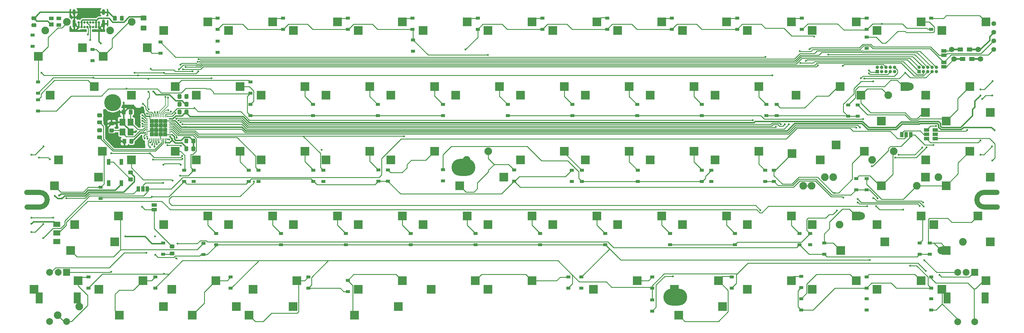
<source format=gbr>
G04 #@! TF.GenerationSoftware,KiCad,Pcbnew,(5.1.9-0-10_14)*
G04 #@! TF.CreationDate,2021-01-10T18:11:49+09:00*
G04 #@! TF.ProjectId,Jones,4a6f6e65-732e-46b6-9963-61645f706362,v.0.3.2*
G04 #@! TF.SameCoordinates,Original*
G04 #@! TF.FileFunction,Copper,L2,Bot*
G04 #@! TF.FilePolarity,Positive*
%FSLAX46Y46*%
G04 Gerber Fmt 4.6, Leading zero omitted, Abs format (unit mm)*
G04 Created by KiCad (PCBNEW (5.1.9-0-10_14)) date 2021-01-10 18:11:49*
%MOMM*%
%LPD*%
G01*
G04 APERTURE LIST*
G04 #@! TA.AperFunction,EtchedComponent*
%ADD10C,1.500000*%
G04 #@! TD*
G04 #@! TA.AperFunction,ComponentPad*
%ADD11C,1.000000*%
G04 #@! TD*
G04 #@! TA.AperFunction,ComponentPad*
%ADD12O,7.000240X5.000000*%
G04 #@! TD*
G04 #@! TA.AperFunction,ComponentPad*
%ADD13C,5.000000*%
G04 #@! TD*
G04 #@! TA.AperFunction,SMDPad,CuDef*
%ADD14R,2.550000X2.500000*%
G04 #@! TD*
G04 #@! TA.AperFunction,SMDPad,CuDef*
%ADD15R,1.400000X1.200000*%
G04 #@! TD*
G04 #@! TA.AperFunction,SMDPad,CuDef*
%ADD16R,1.400000X1.000000*%
G04 #@! TD*
G04 #@! TA.AperFunction,SMDPad,CuDef*
%ADD17R,1.800000X2.100000*%
G04 #@! TD*
G04 #@! TA.AperFunction,ComponentPad*
%ADD18R,2.000000X2.000000*%
G04 #@! TD*
G04 #@! TA.AperFunction,ComponentPad*
%ADD19C,2.000000*%
G04 #@! TD*
G04 #@! TA.AperFunction,ComponentPad*
%ADD20R,2.000000X3.200000*%
G04 #@! TD*
G04 #@! TA.AperFunction,SMDPad,CuDef*
%ADD21R,1.200000X0.900000*%
G04 #@! TD*
G04 #@! TA.AperFunction,SMDPad,CuDef*
%ADD22R,1.100000X1.800000*%
G04 #@! TD*
G04 #@! TA.AperFunction,SMDPad,CuDef*
%ADD23R,1.000000X1.500000*%
G04 #@! TD*
G04 #@! TA.AperFunction,ComponentPad*
%ADD24C,1.397000*%
G04 #@! TD*
G04 #@! TA.AperFunction,SMDPad,CuDef*
%ADD25R,0.250000X0.700000*%
G04 #@! TD*
G04 #@! TA.AperFunction,SMDPad,CuDef*
%ADD26R,0.700000X0.250000*%
G04 #@! TD*
G04 #@! TA.AperFunction,SMDPad,CuDef*
%ADD27R,1.287500X1.287500*%
G04 #@! TD*
G04 #@! TA.AperFunction,ComponentPad*
%ADD28C,0.700000*%
G04 #@! TD*
G04 #@! TA.AperFunction,ComponentPad*
%ADD29O,0.900000X2.400000*%
G04 #@! TD*
G04 #@! TA.AperFunction,ComponentPad*
%ADD30O,0.900000X1.700000*%
G04 #@! TD*
G04 #@! TA.AperFunction,ComponentPad*
%ADD31C,2.250000*%
G04 #@! TD*
G04 #@! TA.AperFunction,SMDPad,CuDef*
%ADD32R,2.000000X1.524000*%
G04 #@! TD*
G04 #@! TA.AperFunction,SMDPad,CuDef*
%ADD33R,1.500000X1.000000*%
G04 #@! TD*
G04 #@! TA.AperFunction,ComponentPad*
%ADD34R,1.000000X1.000000*%
G04 #@! TD*
G04 #@! TA.AperFunction,ComponentPad*
%ADD35O,1.000000X1.000000*%
G04 #@! TD*
G04 #@! TA.AperFunction,SMDPad,CuDef*
%ADD36R,1.500000X1.200000*%
G04 #@! TD*
G04 #@! TA.AperFunction,ComponentPad*
%ADD37C,1.600000*%
G04 #@! TD*
G04 #@! TA.AperFunction,SMDPad,CuDef*
%ADD38R,2.900000X0.500000*%
G04 #@! TD*
G04 #@! TA.AperFunction,ViaPad*
%ADD39C,0.600000*%
G04 #@! TD*
G04 #@! TA.AperFunction,Conductor*
%ADD40C,0.254000*%
G04 #@! TD*
G04 #@! TA.AperFunction,Conductor*
%ADD41C,0.381000*%
G04 #@! TD*
G04 #@! TA.AperFunction,Conductor*
%ADD42C,0.200000*%
G04 #@! TD*
G04 #@! TA.AperFunction,Conductor*
%ADD43C,0.100000*%
G04 #@! TD*
G04 APERTURE END LIST*
D10*
X28550000Y-79050000D02*
G75*
G03*
X26400000Y-76900000I-2150000J0D01*
G01*
X28550000Y-79050000D02*
G75*
G02*
X26400000Y-81200000I-2150000J0D01*
G01*
X301650000Y-79050000D02*
G75*
G02*
X303800000Y-76900000I2150000J0D01*
G01*
X301650000Y-79050000D02*
G75*
G03*
X303800000Y-81200000I2150000J0D01*
G01*
X22600000Y-76900000D02*
X26400000Y-76900000D01*
X22650000Y-81200000D02*
X26450000Y-81200000D01*
X307600000Y-81200000D02*
X303800000Y-81200000D01*
X307550000Y-76900000D02*
X303750000Y-76900000D01*
D11*
X24357965Y-81250000D03*
X24350000Y-76900000D03*
X27950000Y-77550000D03*
X26400000Y-81250000D03*
X26400000Y-76900000D03*
X28550000Y-79050000D03*
X152000000Y-71450000D03*
X149600000Y-71450000D03*
X150800000Y-71450000D03*
X149600000Y-67700000D03*
X152000000Y-67700000D03*
X150800000Y-67700000D03*
X214300000Y-109600000D03*
X211900000Y-109600000D03*
X211950000Y-105900000D03*
X214350000Y-105900000D03*
X213100000Y-109600000D03*
X213150000Y-105900000D03*
X49050000Y-51800000D03*
X46450000Y-51750000D03*
X49050000Y-49100000D03*
X46450000Y-49100000D03*
X47800000Y-52350000D03*
X49700000Y-50450000D03*
X45900000Y-50450000D03*
X47800000Y-48550000D03*
D12*
X213100000Y-107750000D03*
X150800000Y-69550000D03*
D13*
X47800000Y-50450000D03*
D11*
X27950000Y-80550000D03*
X302250000Y-77550000D03*
X301650000Y-79050000D03*
X303800000Y-81200000D03*
X303800000Y-76850000D03*
X302250000Y-80550000D03*
X305850000Y-81200000D03*
X305842035Y-76850000D03*
D14*
X129465000Y-67335200D03*
X142392000Y-64795200D03*
X266216840Y-26695040D03*
X253289840Y-29235040D03*
X272341080Y-29235080D03*
X285268080Y-26695080D03*
X110415000Y-67335200D03*
X123342000Y-64795200D03*
G04 #@! TA.AperFunction,SMDPad,CuDef*
G36*
G01*
X24199999Y-25050040D02*
X25100001Y-25050040D01*
G75*
G02*
X25350000Y-25300039I0J-249999D01*
G01*
X25350000Y-25950041D01*
G75*
G02*
X25100001Y-26200040I-249999J0D01*
G01*
X24199999Y-26200040D01*
G75*
G02*
X23950000Y-25950041I0J249999D01*
G01*
X23950000Y-25300039D01*
G75*
G02*
X24199999Y-25050040I249999J0D01*
G01*
G37*
G04 #@! TD.AperFunction*
G04 #@! TA.AperFunction,SMDPad,CuDef*
G36*
G01*
X24199999Y-27100040D02*
X25100001Y-27100040D01*
G75*
G02*
X25350000Y-27350039I0J-249999D01*
G01*
X25350000Y-28000041D01*
G75*
G02*
X25100001Y-28250040I-249999J0D01*
G01*
X24199999Y-28250040D01*
G75*
G02*
X23950000Y-28000041I0J249999D01*
G01*
X23950000Y-27350039D01*
G75*
G02*
X24199999Y-27100040I249999J0D01*
G01*
G37*
G04 #@! TD.AperFunction*
D15*
X29750000Y-27420040D03*
D16*
X29750000Y-25700040D03*
X31950000Y-25700040D03*
X31950000Y-27600040D03*
D14*
X66192000Y-45745120D03*
X53265000Y-48285120D03*
X53265000Y-67335200D03*
X66192000Y-64795200D03*
X180492640Y-64795200D03*
X167565640Y-67335200D03*
X29452500Y-48285120D03*
X42379500Y-45745120D03*
D17*
X53000000Y-56200040D03*
X53000000Y-59100040D03*
X50700000Y-59100040D03*
X50700000Y-56200040D03*
G04 #@! TA.AperFunction,SMDPad,CuDef*
G36*
G01*
X51600000Y-52800039D02*
X51600000Y-53700041D01*
G75*
G02*
X51350001Y-53950040I-249999J0D01*
G01*
X50699999Y-53950040D01*
G75*
G02*
X50450000Y-53700041I0J249999D01*
G01*
X50450000Y-52800039D01*
G75*
G02*
X50699999Y-52550040I249999J0D01*
G01*
X51350001Y-52550040D01*
G75*
G02*
X51600000Y-52800039I0J-249999D01*
G01*
G37*
G04 #@! TD.AperFunction*
G04 #@! TA.AperFunction,SMDPad,CuDef*
G36*
G01*
X53650000Y-52800039D02*
X53650000Y-53700041D01*
G75*
G02*
X53400001Y-53950040I-249999J0D01*
G01*
X52749999Y-53950040D01*
G75*
G02*
X52500000Y-53700041I0J249999D01*
G01*
X52500000Y-52800039D01*
G75*
G02*
X52749999Y-52550040I249999J0D01*
G01*
X53400001Y-52550040D01*
G75*
G02*
X53650000Y-52800039I0J-249999D01*
G01*
G37*
G04 #@! TD.AperFunction*
G04 #@! TA.AperFunction,SMDPad,CuDef*
G36*
G01*
X47900001Y-57200040D02*
X46999999Y-57200040D01*
G75*
G02*
X46750000Y-56950041I0J249999D01*
G01*
X46750000Y-56300039D01*
G75*
G02*
X46999999Y-56050040I249999J0D01*
G01*
X47900001Y-56050040D01*
G75*
G02*
X48150000Y-56300039I0J-249999D01*
G01*
X48150000Y-56950041D01*
G75*
G02*
X47900001Y-57200040I-249999J0D01*
G01*
G37*
G04 #@! TD.AperFunction*
G04 #@! TA.AperFunction,SMDPad,CuDef*
G36*
G01*
X47900001Y-59250040D02*
X46999999Y-59250040D01*
G75*
G02*
X46750000Y-59000041I0J249999D01*
G01*
X46750000Y-58350039D01*
G75*
G02*
X46999999Y-58100040I249999J0D01*
G01*
X47900001Y-58100040D01*
G75*
G02*
X48150000Y-58350039I0J-249999D01*
G01*
X48150000Y-59000041D01*
G75*
G02*
X47900001Y-59250040I-249999J0D01*
G01*
G37*
G04 #@! TD.AperFunction*
G04 #@! TA.AperFunction,SMDPad,CuDef*
G36*
G01*
X50650000Y-62300041D02*
X50650000Y-61400039D01*
G75*
G02*
X50899999Y-61150040I249999J0D01*
G01*
X51550001Y-61150040D01*
G75*
G02*
X51800000Y-61400039I0J-249999D01*
G01*
X51800000Y-62300041D01*
G75*
G02*
X51550001Y-62550040I-249999J0D01*
G01*
X50899999Y-62550040D01*
G75*
G02*
X50650000Y-62300041I0J249999D01*
G01*
G37*
G04 #@! TD.AperFunction*
G04 #@! TA.AperFunction,SMDPad,CuDef*
G36*
G01*
X52700000Y-62300041D02*
X52700000Y-61400039D01*
G75*
G02*
X52949999Y-61150040I249999J0D01*
G01*
X53600001Y-61150040D01*
G75*
G02*
X53850000Y-61400039I0J-249999D01*
G01*
X53850000Y-62300041D01*
G75*
G02*
X53600001Y-62550040I-249999J0D01*
G01*
X52949999Y-62550040D01*
G75*
G02*
X52700000Y-62300041I0J249999D01*
G01*
G37*
G04 #@! TD.AperFunction*
D18*
X300993580Y-100465550D03*
D19*
X298493580Y-100465550D03*
X295993580Y-100465550D03*
D20*
X304093580Y-107965550D03*
X292893580Y-107965550D03*
D19*
X300993580Y-114965550D03*
X295993580Y-114965550D03*
D14*
X44983000Y-36855040D03*
X57910000Y-34315040D03*
D21*
X106650000Y-51000040D03*
X106650000Y-54300040D03*
X25850000Y-47700040D03*
X25850000Y-44400040D03*
X41850000Y-34800040D03*
X41850000Y-38100040D03*
X78650000Y-25600040D03*
X78650000Y-28900040D03*
X97850000Y-25600040D03*
X97850000Y-28900040D03*
X116850000Y-25600040D03*
X116850000Y-28900040D03*
X135850000Y-25600040D03*
X135850000Y-28900040D03*
X155050000Y-25600040D03*
X155050000Y-28900040D03*
X174050000Y-25600040D03*
X174050000Y-28900040D03*
X193050000Y-25600040D03*
X193050000Y-28900040D03*
X212050000Y-25600040D03*
X212050000Y-28900040D03*
X231250000Y-25600040D03*
X231250000Y-28900040D03*
X250250000Y-25600040D03*
X250250000Y-28900040D03*
X269250000Y-25600040D03*
X269250000Y-28900040D03*
X269250000Y-31200040D03*
X269250000Y-34500040D03*
X266250000Y-72800040D03*
X266250000Y-76100040D03*
X25850000Y-52900040D03*
X25850000Y-49600040D03*
X88250000Y-47700040D03*
X88250000Y-44400040D03*
X88250000Y-51000040D03*
X88250000Y-54300040D03*
X125650000Y-54300040D03*
X125650000Y-51000040D03*
X144850000Y-51000040D03*
X144850000Y-54300040D03*
X220850000Y-54300040D03*
X220850000Y-51000040D03*
X239850000Y-54300040D03*
X239850000Y-51000040D03*
X163850000Y-51000040D03*
X163850000Y-54300040D03*
X182850000Y-51000040D03*
X182850000Y-54300040D03*
X201850000Y-51000040D03*
X201850000Y-54300040D03*
X242850000Y-51000040D03*
X242850000Y-54300040D03*
X263850000Y-51200040D03*
X263850000Y-54500040D03*
X288250000Y-25600040D03*
X288250000Y-28900040D03*
X44250000Y-75400040D03*
X44250000Y-78700040D03*
X68750000Y-70400040D03*
X68750000Y-73700040D03*
X87750000Y-70400040D03*
X87750000Y-73700040D03*
X106750000Y-70400040D03*
X106750000Y-73700040D03*
X125850000Y-73600040D03*
X125850000Y-70300040D03*
X128650000Y-73600040D03*
X128650000Y-70300040D03*
X220850000Y-73700040D03*
X220850000Y-70400040D03*
X239450000Y-73700040D03*
X239450000Y-70400040D03*
X165750000Y-73600040D03*
X165750000Y-70300040D03*
X185650000Y-73700040D03*
X185650000Y-70400040D03*
X202050000Y-73700040D03*
X202050000Y-70400040D03*
X242050000Y-73700040D03*
X242050000Y-70400040D03*
X266650000Y-54500040D03*
X266650000Y-51200040D03*
X74450000Y-95200040D03*
X74450000Y-91900040D03*
X78150000Y-92300040D03*
X78150000Y-89000040D03*
X97250000Y-92300040D03*
X97250000Y-89000040D03*
X116250000Y-92300040D03*
X116250000Y-89000040D03*
X135350000Y-92300040D03*
X135350000Y-89000040D03*
X154350000Y-92300040D03*
X154350000Y-89000040D03*
X230550000Y-92300040D03*
X230550000Y-89000040D03*
X249550000Y-92300040D03*
X249550000Y-89000040D03*
X173350000Y-92300040D03*
X173350000Y-89000040D03*
X192450000Y-92300040D03*
X192450000Y-89000040D03*
X211550000Y-92300040D03*
X211550000Y-89000040D03*
X256850000Y-95100040D03*
X256850000Y-91800040D03*
X284850000Y-95100040D03*
X284850000Y-91800040D03*
X40650000Y-105100040D03*
X40650000Y-101800040D03*
X82450000Y-105100040D03*
X82450000Y-101800040D03*
X105250000Y-105100040D03*
X105250000Y-101800040D03*
X116850000Y-106100040D03*
X116850000Y-102800040D03*
X229650000Y-105100040D03*
X229650000Y-101800040D03*
X269250000Y-105100040D03*
X269250000Y-101800040D03*
X288250000Y-101800040D03*
X288250000Y-105100040D03*
G04 #@! TA.AperFunction,SMDPad,CuDef*
G36*
G01*
X57475000Y-29250040D02*
X56225000Y-29250040D01*
G75*
G02*
X55975000Y-29000040I0J250000D01*
G01*
X55975000Y-28075040D01*
G75*
G02*
X56225000Y-27825040I250000J0D01*
G01*
X57475000Y-27825040D01*
G75*
G02*
X57725000Y-28075040I0J-250000D01*
G01*
X57725000Y-29000040D01*
G75*
G02*
X57475000Y-29250040I-250000J0D01*
G01*
G37*
G04 #@! TD.AperFunction*
G04 #@! TA.AperFunction,SMDPad,CuDef*
G36*
G01*
X57475000Y-26275040D02*
X56225000Y-26275040D01*
G75*
G02*
X55975000Y-26025040I0J250000D01*
G01*
X55975000Y-25100040D01*
G75*
G02*
X56225000Y-24850040I250000J0D01*
G01*
X57475000Y-24850040D01*
G75*
G02*
X57725000Y-25100040I0J-250000D01*
G01*
X57725000Y-26025040D01*
G75*
G02*
X57475000Y-26275040I-250000J0D01*
G01*
G37*
G04 #@! TD.AperFunction*
D22*
X50293860Y-74165870D03*
X46593860Y-67965870D03*
X46593860Y-74165870D03*
X50293860Y-67965870D03*
D21*
X250050000Y-104900040D03*
X250050000Y-101600040D03*
X250050000Y-108200040D03*
X250050000Y-111500040D03*
D14*
X25933000Y-36855040D03*
X38860000Y-34315040D03*
X62790000Y-86385280D03*
X75717000Y-83845280D03*
X62790000Y-29235040D03*
X75717000Y-26695040D03*
X85242000Y-45745120D03*
X72315000Y-48285120D03*
X72315000Y-67335200D03*
X85242000Y-64795200D03*
X81840000Y-86385280D03*
X94767000Y-83845280D03*
X81840000Y-29235040D03*
X94767000Y-26695040D03*
X104292000Y-45745120D03*
X91365000Y-48285120D03*
X91365000Y-67335200D03*
X104292000Y-64795200D03*
X100890000Y-86385280D03*
X113817000Y-83845280D03*
X100890000Y-29235040D03*
X113817000Y-26695040D03*
X123342000Y-45745120D03*
X110415000Y-48285120D03*
X119940000Y-86385280D03*
X132867000Y-83845280D03*
X119940000Y-29235040D03*
X132867000Y-26695040D03*
X142392000Y-45745120D03*
X129465000Y-48285120D03*
X138990000Y-86385280D03*
X151917000Y-83845280D03*
X151917000Y-26695040D03*
X138990000Y-29235040D03*
X218592800Y-45745160D03*
X205665800Y-48285160D03*
X205665800Y-67335240D03*
X218592800Y-64795240D03*
X215190840Y-86385320D03*
X228117840Y-83845320D03*
X237642880Y-45745160D03*
X224715880Y-48285160D03*
X237642880Y-64795240D03*
X224715880Y-67335240D03*
X234240920Y-86385320D03*
X247167920Y-83845320D03*
X304318160Y-26695080D03*
X291391160Y-29235080D03*
X161442560Y-45745120D03*
X148515560Y-48285120D03*
X158040600Y-86385280D03*
X170967600Y-83845280D03*
X158040600Y-29235080D03*
X170967600Y-26695080D03*
X180492640Y-45745160D03*
X167565640Y-48285160D03*
X177090680Y-86385280D03*
X190017680Y-83845280D03*
X190017680Y-26695040D03*
X177090680Y-29235040D03*
X199542720Y-45745160D03*
X186615720Y-48285160D03*
X199542720Y-64795240D03*
X186615720Y-67335240D03*
X196140760Y-29235040D03*
X209067760Y-26695040D03*
X228116840Y-26695040D03*
X215189840Y-29235040D03*
X234239840Y-29235040D03*
X247166840Y-26695040D03*
X285268080Y-83845320D03*
X272341080Y-86385320D03*
D21*
X269250000Y-76100040D03*
X269250000Y-72800040D03*
X60350000Y-105100040D03*
X60350000Y-101800040D03*
X181650000Y-105100040D03*
X181650000Y-101800040D03*
X206250000Y-101800040D03*
X206250000Y-105100040D03*
X287850000Y-91800040D03*
X287850000Y-95100040D03*
D14*
X292634160Y-94005320D03*
X305561160Y-91465320D03*
X272341080Y-105435360D03*
X285268080Y-102895360D03*
X196140760Y-86385320D03*
X209067760Y-83845320D03*
G04 #@! TA.AperFunction,SMDPad,CuDef*
G36*
G01*
X66850000Y-53700041D02*
X66850000Y-52800039D01*
G75*
G02*
X67099999Y-52550040I249999J0D01*
G01*
X67750001Y-52550040D01*
G75*
G02*
X68000000Y-52800039I0J-249999D01*
G01*
X68000000Y-53700041D01*
G75*
G02*
X67750001Y-53950040I-249999J0D01*
G01*
X67099999Y-53950040D01*
G75*
G02*
X66850000Y-53700041I0J249999D01*
G01*
G37*
G04 #@! TD.AperFunction*
G04 #@! TA.AperFunction,SMDPad,CuDef*
G36*
G01*
X68900000Y-53700041D02*
X68900000Y-52800039D01*
G75*
G02*
X69149999Y-52550040I249999J0D01*
G01*
X69800001Y-52550040D01*
G75*
G02*
X70050000Y-52800039I0J-249999D01*
G01*
X70050000Y-53700041D01*
G75*
G02*
X69800001Y-53950040I-249999J0D01*
G01*
X69149999Y-53950040D01*
G75*
G02*
X68900000Y-53700041I0J249999D01*
G01*
G37*
G04 #@! TD.AperFunction*
G04 #@! TA.AperFunction,SMDPad,CuDef*
G36*
G01*
X68900000Y-51400041D02*
X68900000Y-50500039D01*
G75*
G02*
X69149999Y-50250040I249999J0D01*
G01*
X69800001Y-50250040D01*
G75*
G02*
X70050000Y-50500039I0J-249999D01*
G01*
X70050000Y-51400041D01*
G75*
G02*
X69800001Y-51650040I-249999J0D01*
G01*
X69149999Y-51650040D01*
G75*
G02*
X68900000Y-51400041I0J249999D01*
G01*
G37*
G04 #@! TD.AperFunction*
G04 #@! TA.AperFunction,SMDPad,CuDef*
G36*
G01*
X66850000Y-51400041D02*
X66850000Y-50500039D01*
G75*
G02*
X67099999Y-50250040I249999J0D01*
G01*
X67750001Y-50250040D01*
G75*
G02*
X68000000Y-50500039I0J-249999D01*
G01*
X68000000Y-51400041D01*
G75*
G02*
X67750001Y-51650040I-249999J0D01*
G01*
X67099999Y-51650040D01*
G75*
G02*
X66850000Y-51400041I0J249999D01*
G01*
G37*
G04 #@! TD.AperFunction*
G04 #@! TA.AperFunction,SMDPad,CuDef*
G36*
G01*
X68850000Y-62200041D02*
X68850000Y-61300039D01*
G75*
G02*
X69099999Y-61050040I249999J0D01*
G01*
X69750001Y-61050040D01*
G75*
G02*
X70000000Y-61300039I0J-249999D01*
G01*
X70000000Y-62200041D01*
G75*
G02*
X69750001Y-62450040I-249999J0D01*
G01*
X69099999Y-62450040D01*
G75*
G02*
X68850000Y-62200041I0J249999D01*
G01*
G37*
G04 #@! TD.AperFunction*
G04 #@! TA.AperFunction,SMDPad,CuDef*
G36*
G01*
X70900000Y-62200041D02*
X70900000Y-61300039D01*
G75*
G02*
X71149999Y-61050040I249999J0D01*
G01*
X71800001Y-61050040D01*
G75*
G02*
X72050000Y-61300039I0J-249999D01*
G01*
X72050000Y-62200041D01*
G75*
G02*
X71800001Y-62450040I-249999J0D01*
G01*
X71149999Y-62450040D01*
G75*
G02*
X70900000Y-62200041I0J249999D01*
G01*
G37*
G04 #@! TD.AperFunction*
D23*
X57950000Y-75850040D03*
X56650000Y-75850040D03*
X55350000Y-75850040D03*
D24*
X306650000Y-34850040D03*
X306650000Y-32310040D03*
X306650000Y-29770040D03*
X306650000Y-27230040D03*
G04 #@! TA.AperFunction,SMDPad,CuDef*
G36*
G01*
X44400001Y-54800040D02*
X43499999Y-54800040D01*
G75*
G02*
X43250000Y-54550041I0J249999D01*
G01*
X43250000Y-53900039D01*
G75*
G02*
X43499999Y-53650040I249999J0D01*
G01*
X44400001Y-53650040D01*
G75*
G02*
X44650000Y-53900039I0J-249999D01*
G01*
X44650000Y-54550041D01*
G75*
G02*
X44400001Y-54800040I-249999J0D01*
G01*
G37*
G04 #@! TD.AperFunction*
G04 #@! TA.AperFunction,SMDPad,CuDef*
G36*
G01*
X44400001Y-56850040D02*
X43499999Y-56850040D01*
G75*
G02*
X43250000Y-56600041I0J249999D01*
G01*
X43250000Y-55950039D01*
G75*
G02*
X43499999Y-55700040I249999J0D01*
G01*
X44400001Y-55700040D01*
G75*
G02*
X44650000Y-55950039I0J-249999D01*
G01*
X44650000Y-56600041D01*
G75*
G02*
X44400001Y-56850040I-249999J0D01*
G01*
G37*
G04 #@! TD.AperFunction*
G04 #@! TA.AperFunction,SMDPad,CuDef*
G36*
G01*
X44400001Y-61250040D02*
X43499999Y-61250040D01*
G75*
G02*
X43250000Y-61000041I0J249999D01*
G01*
X43250000Y-60350039D01*
G75*
G02*
X43499999Y-60100040I249999J0D01*
G01*
X44400001Y-60100040D01*
G75*
G02*
X44650000Y-60350039I0J-249999D01*
G01*
X44650000Y-61000041D01*
G75*
G02*
X44400001Y-61250040I-249999J0D01*
G01*
G37*
G04 #@! TD.AperFunction*
G04 #@! TA.AperFunction,SMDPad,CuDef*
G36*
G01*
X44400001Y-59200040D02*
X43499999Y-59200040D01*
G75*
G02*
X43250000Y-58950041I0J249999D01*
G01*
X43250000Y-58300039D01*
G75*
G02*
X43499999Y-58050040I249999J0D01*
G01*
X44400001Y-58050040D01*
G75*
G02*
X44650000Y-58300039I0J-249999D01*
G01*
X44650000Y-58950041D01*
G75*
G02*
X44400001Y-59200040I-249999J0D01*
G01*
G37*
G04 #@! TD.AperFunction*
G04 #@! TA.AperFunction,SMDPad,CuDef*
G36*
G01*
X52599999Y-72500040D02*
X53500001Y-72500040D01*
G75*
G02*
X53750000Y-72750039I0J-249999D01*
G01*
X53750000Y-73400041D01*
G75*
G02*
X53500001Y-73650040I-249999J0D01*
G01*
X52599999Y-73650040D01*
G75*
G02*
X52350000Y-73400041I0J249999D01*
G01*
X52350000Y-72750039D01*
G75*
G02*
X52599999Y-72500040I249999J0D01*
G01*
G37*
G04 #@! TD.AperFunction*
G04 #@! TA.AperFunction,SMDPad,CuDef*
G36*
G01*
X52599999Y-70450040D02*
X53500001Y-70450040D01*
G75*
G02*
X53750000Y-70700039I0J-249999D01*
G01*
X53750000Y-71350041D01*
G75*
G02*
X53500001Y-71600040I-249999J0D01*
G01*
X52599999Y-71600040D01*
G75*
G02*
X52350000Y-71350041I0J249999D01*
G01*
X52350000Y-70700039D01*
G75*
G02*
X52599999Y-70450040I249999J0D01*
G01*
G37*
G04 #@! TD.AperFunction*
G04 #@! TA.AperFunction,SMDPad,CuDef*
G36*
G01*
X70050000Y-48200039D02*
X70050000Y-49100041D01*
G75*
G02*
X69800001Y-49350040I-249999J0D01*
G01*
X69149999Y-49350040D01*
G75*
G02*
X68900000Y-49100041I0J249999D01*
G01*
X68900000Y-48200039D01*
G75*
G02*
X69149999Y-47950040I249999J0D01*
G01*
X69800001Y-47950040D01*
G75*
G02*
X70050000Y-48200039I0J-249999D01*
G01*
G37*
G04 #@! TD.AperFunction*
G04 #@! TA.AperFunction,SMDPad,CuDef*
G36*
G01*
X68000000Y-48200039D02*
X68000000Y-49100041D01*
G75*
G02*
X67750001Y-49350040I-249999J0D01*
G01*
X67099999Y-49350040D01*
G75*
G02*
X66850000Y-49100041I0J249999D01*
G01*
X66850000Y-48200039D01*
G75*
G02*
X67099999Y-47950040I249999J0D01*
G01*
X67750001Y-47950040D01*
G75*
G02*
X68000000Y-48200039I0J-249999D01*
G01*
G37*
G04 #@! TD.AperFunction*
D14*
X30695500Y-74955200D03*
X43622500Y-72415200D03*
X248528480Y-48285160D03*
X261455480Y-45745160D03*
X253291000Y-105435360D03*
X266218000Y-102895360D03*
G04 #@! TA.AperFunction,SMDPad,CuDef*
G36*
G01*
X49900000Y-26100041D02*
X49900000Y-25200039D01*
G75*
G02*
X50149999Y-24950040I249999J0D01*
G01*
X50800001Y-24950040D01*
G75*
G02*
X51050000Y-25200039I0J-249999D01*
G01*
X51050000Y-26100041D01*
G75*
G02*
X50800001Y-26350040I-249999J0D01*
G01*
X50149999Y-26350040D01*
G75*
G02*
X49900000Y-26100041I0J249999D01*
G01*
G37*
G04 #@! TD.AperFunction*
G04 #@! TA.AperFunction,SMDPad,CuDef*
G36*
G01*
X47850000Y-26100041D02*
X47850000Y-25200039D01*
G75*
G02*
X48099999Y-24950040I249999J0D01*
G01*
X48750001Y-24950040D01*
G75*
G02*
X49000000Y-25200039I0J-249999D01*
G01*
X49000000Y-26100041D01*
G75*
G02*
X48750001Y-26350040I-249999J0D01*
G01*
X48099999Y-26350040D01*
G75*
G02*
X47850000Y-26100041I0J249999D01*
G01*
G37*
G04 #@! TD.AperFunction*
D25*
X63750000Y-61250040D03*
X63250000Y-61250040D03*
X62750000Y-61250040D03*
X62250000Y-61250040D03*
X61750000Y-61250040D03*
X61250000Y-61250040D03*
X60750000Y-61250040D03*
X60250000Y-61250040D03*
X59750000Y-61250040D03*
X59250000Y-61250040D03*
X58750000Y-61250040D03*
D26*
X57850000Y-60350040D03*
X57850000Y-59850040D03*
X57850000Y-59350040D03*
X57850000Y-58850040D03*
X57850000Y-58350040D03*
X57850000Y-57850040D03*
X57850000Y-57350040D03*
X57850000Y-56850040D03*
X57850000Y-56350040D03*
X57850000Y-55850040D03*
X57850000Y-55350040D03*
D25*
X58750000Y-54450040D03*
X59250000Y-54450040D03*
X59750000Y-54450040D03*
X60250000Y-54450040D03*
X60750000Y-54450040D03*
X61250000Y-54450040D03*
X61750000Y-54450040D03*
X62250000Y-54450040D03*
X62750000Y-54450040D03*
X63250000Y-54450040D03*
X63750000Y-54450040D03*
D26*
X64650000Y-55350040D03*
X64650000Y-55850040D03*
X64650000Y-56350040D03*
X64650000Y-56850040D03*
X64650000Y-57350040D03*
X64650000Y-57850040D03*
X64650000Y-58350040D03*
X64650000Y-58850040D03*
X64650000Y-59350040D03*
X64650000Y-59850040D03*
X64650000Y-60350040D03*
D27*
X59318750Y-55918790D03*
X60606250Y-55918790D03*
X61893750Y-55918790D03*
X63181250Y-55918790D03*
X59318750Y-57206290D03*
X60606250Y-57206290D03*
X61893750Y-57206290D03*
X63181250Y-57206290D03*
X59318750Y-58493790D03*
X60606250Y-58493790D03*
X61893750Y-58493790D03*
X63181250Y-58493790D03*
X59318750Y-59781290D03*
X60606250Y-59781290D03*
X61893750Y-59781290D03*
X63181250Y-59781290D03*
D21*
X24250000Y-33900040D03*
X24250000Y-30600040D03*
X61850000Y-32600040D03*
X61850000Y-35900040D03*
X78650000Y-35700040D03*
X78650000Y-32400040D03*
X71550000Y-70400040D03*
X71550000Y-73700040D03*
X90650000Y-73700040D03*
X90650000Y-70400040D03*
X109650000Y-70400040D03*
X109650000Y-73700040D03*
X136050000Y-35300040D03*
X136050000Y-32000040D03*
X144850000Y-70200040D03*
X144850000Y-73500040D03*
X182650000Y-73700040D03*
X182650000Y-70400040D03*
X185450000Y-101800040D03*
X185450000Y-105100040D03*
X206250000Y-111850000D03*
X206250000Y-108550000D03*
X223650000Y-70400040D03*
X223650000Y-73700040D03*
X252650000Y-92300040D03*
X252650000Y-89000040D03*
X269250000Y-108200040D03*
X269250000Y-111500040D03*
X288250000Y-111500040D03*
X288250000Y-108200040D03*
X62650000Y-91800040D03*
X62650000Y-95100040D03*
G04 #@! TA.AperFunction,SMDPad,CuDef*
G36*
G01*
X64799999Y-92250040D02*
X65700001Y-92250040D01*
G75*
G02*
X65950000Y-92500039I0J-249999D01*
G01*
X65950000Y-93150041D01*
G75*
G02*
X65700001Y-93400040I-249999J0D01*
G01*
X64799999Y-93400040D01*
G75*
G02*
X64550000Y-93150041I0J249999D01*
G01*
X64550000Y-92500039D01*
G75*
G02*
X64799999Y-92250040I249999J0D01*
G01*
G37*
G04 #@! TD.AperFunction*
G04 #@! TA.AperFunction,SMDPad,CuDef*
G36*
G01*
X64799999Y-94300040D02*
X65700001Y-94300040D01*
G75*
G02*
X65950000Y-94550039I0J-249999D01*
G01*
X65950000Y-95200041D01*
G75*
G02*
X65700001Y-95450040I-249999J0D01*
G01*
X64799999Y-95450040D01*
G75*
G02*
X64550000Y-95200041I0J249999D01*
G01*
X64550000Y-94550039D01*
G75*
G02*
X64799999Y-94300040I249999J0D01*
G01*
G37*
G04 #@! TD.AperFunction*
D14*
X299555640Y-45745160D03*
X286628640Y-48285160D03*
D18*
X34271347Y-100452828D03*
D19*
X31771347Y-100452828D03*
X29271347Y-100452828D03*
D20*
X37371347Y-107952828D03*
X26171347Y-107952828D03*
D19*
X34271347Y-114952828D03*
X29271347Y-114952828D03*
D28*
X37801552Y-28187233D03*
X38651552Y-28187233D03*
X39501552Y-28187233D03*
X40351552Y-28187233D03*
X41201552Y-28187233D03*
X42051552Y-28187233D03*
X42901552Y-28187233D03*
X43751552Y-28187233D03*
X38651552Y-26837233D03*
X40351552Y-26837233D03*
X39501552Y-26837233D03*
X37801552Y-26837233D03*
X42051552Y-26837233D03*
X42901552Y-26837233D03*
X43751552Y-26837233D03*
X41201552Y-26837233D03*
D29*
X36451552Y-27207233D03*
X45101552Y-27207233D03*
D30*
X36451552Y-23827233D03*
X45101552Y-23827233D03*
D14*
X299555640Y-64795240D03*
X286628640Y-67335240D03*
X267578560Y-48285160D03*
X280505560Y-45745160D03*
X292634160Y-55905160D03*
X305561160Y-53365160D03*
X292634160Y-74955240D03*
X305561160Y-72415240D03*
X101911060Y-102895400D03*
X88984060Y-105435400D03*
X31833820Y-67335240D03*
X44760820Y-64795240D03*
D31*
X259423480Y-72415240D03*
X253073480Y-74955240D03*
X291173640Y-94005320D03*
X297523640Y-91465320D03*
X290379860Y-72415240D03*
X284029860Y-74955240D03*
D14*
X71176980Y-113055400D03*
X84103980Y-110515400D03*
X49745640Y-113055400D03*
X62672640Y-110515400D03*
X78098460Y-102895400D03*
X65171460Y-105435400D03*
X36596340Y-86385320D03*
X49523340Y-83845320D03*
X234240920Y-105435400D03*
X247167920Y-102895400D03*
X87845800Y-113055400D03*
X100772800Y-110515400D03*
X188996980Y-105435400D03*
X201923980Y-102895400D03*
X212809580Y-105435400D03*
X225736580Y-102895400D03*
D31*
X261328520Y-86385320D03*
X267678520Y-83845320D03*
D14*
X274604780Y-91465320D03*
X261677780Y-94005320D03*
X253291000Y-86385320D03*
X266218000Y-83845320D03*
X158040600Y-105435400D03*
X170967600Y-102895400D03*
X141371780Y-105435400D03*
X154298780Y-102895400D03*
X43740120Y-105435400D03*
X56667120Y-102895400D03*
X48385080Y-91465320D03*
X35458080Y-94005320D03*
D31*
X37966300Y-110515400D03*
X31616300Y-113055400D03*
D14*
X131729180Y-110515400D03*
X118802180Y-113055400D03*
X119940440Y-105435400D03*
X132867440Y-102895400D03*
G04 #@! TA.AperFunction,SMDPad,CuDef*
G36*
G01*
X72050000Y-63600039D02*
X72050000Y-64500041D01*
G75*
G02*
X71800001Y-64750040I-249999J0D01*
G01*
X71149999Y-64750040D01*
G75*
G02*
X70900000Y-64500041I0J249999D01*
G01*
X70900000Y-63600039D01*
G75*
G02*
X71149999Y-63350040I249999J0D01*
G01*
X71800001Y-63350040D01*
G75*
G02*
X72050000Y-63600039I0J-249999D01*
G01*
G37*
G04 #@! TD.AperFunction*
G04 #@! TA.AperFunction,SMDPad,CuDef*
G36*
G01*
X70000000Y-63600039D02*
X70000000Y-64500041D01*
G75*
G02*
X69750001Y-64750040I-249999J0D01*
G01*
X69099999Y-64750040D01*
G75*
G02*
X68850000Y-64500041I0J249999D01*
G01*
X68850000Y-63600039D01*
G75*
G02*
X69099999Y-63350040I249999J0D01*
G01*
X69750001Y-63350040D01*
G75*
G02*
X70000000Y-63600039I0J-249999D01*
G01*
G37*
G04 #@! TD.AperFunction*
X260317220Y-62890200D03*
X247390220Y-65430200D03*
X162685560Y-72415240D03*
X149758560Y-74955240D03*
D31*
X151790560Y-67335240D03*
X158140560Y-64795240D03*
D14*
X255672260Y-67335240D03*
X268599260Y-64795240D03*
D32*
X31350000Y-86310040D03*
X31350000Y-88850040D03*
X31350000Y-91390040D03*
D14*
X289009900Y-86385320D03*
X301936900Y-83845320D03*
X226979580Y-110515400D03*
X214052580Y-113055400D03*
D33*
X286850000Y-61100000D03*
X286850000Y-59800000D03*
X286850000Y-58500000D03*
X289400000Y-61100000D03*
X289400000Y-59800000D03*
X289400000Y-58500000D03*
D31*
X277203560Y-64795240D03*
X270853560Y-67335240D03*
D14*
X286511080Y-72415240D03*
X273584080Y-74955240D03*
D31*
X257042220Y-72415240D03*
X250692220Y-74955240D03*
D34*
X272450000Y-41350000D03*
D35*
X272450000Y-40080000D03*
X273720000Y-41350000D03*
X273720000Y-40080000D03*
X274990000Y-41350000D03*
X274990000Y-40080000D03*
X276260000Y-41350000D03*
X276260000Y-40080000D03*
X277530000Y-41350000D03*
X277530000Y-40080000D03*
X289730000Y-40080000D03*
X289730000Y-41350000D03*
X288460000Y-40080000D03*
X288460000Y-41350000D03*
X287190000Y-40080000D03*
X287190000Y-41350000D03*
X285920000Y-40080000D03*
X285920000Y-41350000D03*
X284650000Y-40080000D03*
D34*
X284650000Y-41350000D03*
D33*
X291950000Y-38600040D03*
X291950000Y-39900040D03*
X291950000Y-35250040D03*
X291950000Y-36550040D03*
D36*
X300200000Y-37650040D03*
X297500000Y-37650040D03*
D37*
X294950000Y-37650040D03*
X302750000Y-37650040D03*
D38*
X296350000Y-37650040D03*
X301350000Y-37650040D03*
X300650000Y-34850040D03*
X295650000Y-34850040D03*
D37*
X302050000Y-34850040D03*
X294250000Y-34850040D03*
D36*
X296800000Y-34850040D03*
X299500000Y-34850040D03*
D31*
X47015000Y-29235040D03*
X53365000Y-26695040D03*
X27965040Y-29235080D03*
X34315040Y-26695080D03*
D14*
X291391160Y-105435400D03*
X304318160Y-102895400D03*
X24690040Y-105435400D03*
X37617040Y-102895400D03*
D33*
X60000000Y-81950000D03*
X60000000Y-80650000D03*
D14*
X286511080Y-53365160D03*
X273584080Y-55905160D03*
D31*
X275616080Y-48285160D03*
X281966080Y-45745160D03*
D23*
X279600000Y-59900000D03*
X280900000Y-59900000D03*
X282200000Y-59900000D03*
D39*
X261455480Y-45745160D03*
X259891781Y-77057535D03*
X265936340Y-83563660D03*
X273600000Y-55900000D03*
X280049999Y-45750000D03*
X273100000Y-74900000D03*
X53275000Y-61850040D03*
X59715858Y-47218139D03*
X302700000Y-48325040D03*
X56829893Y-59412788D03*
X69219790Y-50950040D03*
X69219790Y-53250040D03*
X56850000Y-28450040D03*
X57849194Y-53740487D03*
X63346440Y-62250040D03*
X32864421Y-78691995D03*
X60710006Y-62674675D03*
X52962579Y-71043563D03*
X68093775Y-62350397D03*
X65182379Y-61050509D03*
X23900000Y-86125040D03*
X31350000Y-86310040D03*
X30800000Y-77900000D03*
X51050000Y-50450040D03*
X51250000Y-61850040D03*
X51500000Y-89850040D03*
X50596751Y-74165870D03*
X67425005Y-53032418D03*
X67450000Y-50950040D03*
X69219790Y-48650040D03*
X306834211Y-58634251D03*
X62650000Y-91800040D03*
X66450000Y-96250040D03*
X69200000Y-57668944D03*
X31350000Y-91390040D03*
X44300000Y-33000000D03*
X48400000Y-25700000D03*
X32060411Y-77850325D03*
X32095647Y-27700017D03*
X46593860Y-67965870D03*
X53050000Y-73075040D03*
X57229526Y-60960393D03*
X67450000Y-48650040D03*
X66247796Y-53556544D03*
X69333065Y-61689564D03*
X63855862Y-63040216D03*
X61304307Y-62134346D03*
X67830210Y-63151186D03*
X27450000Y-63350000D03*
X23900000Y-65775040D03*
X293100000Y-94000000D03*
X43950000Y-54250034D03*
X29649996Y-25650040D03*
X40500000Y-30400000D03*
X43950000Y-58650040D03*
X31850000Y-25650040D03*
X41204374Y-31995626D03*
X24650000Y-27675040D03*
X50450000Y-25650040D03*
X58248538Y-47239292D03*
X60169267Y-53315683D03*
X41850000Y-38100040D03*
X163850000Y-54300040D03*
X58250000Y-43450040D03*
X58412007Y-52399830D03*
X76850000Y-43250040D03*
X78650000Y-28900040D03*
X42080201Y-43140633D03*
X158050000Y-36450040D03*
X269932775Y-41880594D03*
X268300000Y-55300000D03*
X51819790Y-46342652D03*
X144850000Y-54450038D03*
X56480144Y-54232013D03*
X144850000Y-70250040D03*
X260550000Y-82250040D03*
X59319790Y-78130054D03*
X262450000Y-78450044D03*
X64413872Y-61284058D03*
X270212729Y-96835493D03*
X269250000Y-108250040D03*
X60297536Y-95258758D03*
X60039314Y-63444678D03*
X288450000Y-108200040D03*
X286650000Y-100050040D03*
X59400000Y-62820044D03*
X62850002Y-100850040D03*
X151450000Y-34850040D03*
X253880210Y-31050040D03*
X133400002Y-60420040D03*
X262277201Y-39609052D03*
X60969945Y-53251920D03*
X239850000Y-54250044D03*
X61850000Y-32650040D03*
X271200002Y-44199998D03*
X239550000Y-37000000D03*
X278650000Y-65850040D03*
X285650000Y-63650040D03*
X71850000Y-52050040D03*
X78650000Y-32450040D03*
X239250000Y-73650040D03*
X235850000Y-55650040D03*
X272516153Y-78707445D03*
X287850000Y-95100040D03*
X285850000Y-79850040D03*
X271255742Y-78618820D03*
X67568903Y-71968943D03*
X66799996Y-92000000D03*
X90650000Y-70400040D03*
X89250000Y-73650040D03*
X277650000Y-66650040D03*
X282050000Y-98450040D03*
X250050000Y-104850040D03*
X238050000Y-82118583D03*
X280049998Y-81980052D03*
X272062820Y-80951883D03*
X286852394Y-63612681D03*
X55250000Y-42450040D03*
X26850000Y-41650040D03*
X24250000Y-30600040D03*
X56650000Y-50850040D03*
X250325760Y-28909639D03*
X273800004Y-27250040D03*
X269300000Y-34500000D03*
X269950000Y-41000000D03*
X241599996Y-42450000D03*
X36596340Y-86385320D03*
X48385080Y-91465320D03*
X43622500Y-72415200D03*
X24690040Y-105435400D03*
X29452500Y-48285120D03*
X31833820Y-67335240D03*
X24250000Y-33900040D03*
X38860000Y-34315040D03*
X43740120Y-105435400D03*
X62672640Y-110515400D03*
X59650000Y-67250040D03*
X58956290Y-40477244D03*
X57756290Y-34315040D03*
X71219790Y-41280250D03*
X68289664Y-66971646D03*
X62850000Y-29250040D03*
X84050000Y-110450040D03*
X65171460Y-105435400D03*
X62502378Y-86192990D03*
X53280210Y-48250040D03*
X78650000Y-35700040D03*
X54250000Y-41650040D03*
X72952974Y-41280250D03*
X62850000Y-41650040D03*
X65435256Y-73455996D03*
X81850000Y-29250040D03*
X72315000Y-67335200D03*
X81840000Y-86480250D03*
X88984060Y-105435400D03*
X71550000Y-73650040D03*
X72937421Y-48285120D03*
X100772800Y-110515400D03*
X91450000Y-67250040D03*
X90650000Y-73700040D03*
X91365000Y-48285120D03*
X100890000Y-29235040D03*
X100890000Y-86480250D03*
X119850000Y-29250040D03*
X110415000Y-48285120D03*
X109150000Y-64400040D03*
X110415000Y-67335200D03*
X119940000Y-86385280D03*
X119940440Y-105435400D03*
X131729180Y-110515400D03*
X109650000Y-73650040D03*
X139050000Y-29250040D03*
X129465000Y-48285120D03*
X129465000Y-67335200D03*
X138990000Y-86385280D03*
X136050000Y-35250036D03*
X148515560Y-48285120D03*
X158040600Y-29235080D03*
X162685560Y-72415240D03*
X144850000Y-73650040D03*
X158040600Y-86385280D03*
X158040600Y-105435400D03*
X141371780Y-105435400D03*
X167565640Y-48285160D03*
X177050000Y-29250040D03*
X177090680Y-86385280D03*
X167519790Y-67335200D03*
X188850000Y-105050040D03*
X182650000Y-73700040D03*
X196250000Y-86450040D03*
X212809580Y-104746800D03*
X226979580Y-110515400D03*
X186650000Y-67250040D03*
X186615720Y-48285160D03*
X196140760Y-29235040D03*
X185450000Y-105100040D03*
X215250000Y-86450040D03*
X215250000Y-29050040D03*
X205665800Y-48285160D03*
X205665800Y-67335240D03*
X212400000Y-101599994D03*
X234250000Y-29250040D03*
X224715880Y-48285160D03*
X224715880Y-67335240D03*
X234240920Y-86385320D03*
X234240920Y-105435400D03*
X223650000Y-73650040D03*
X260317220Y-62890200D03*
X253291000Y-86385320D03*
X253291000Y-105435360D03*
X255672256Y-67050040D03*
X274650000Y-91450040D03*
X252650000Y-92300040D03*
X248731631Y-48285160D03*
X253289840Y-29235040D03*
X272450000Y-86250040D03*
X272341080Y-105435360D03*
X267578560Y-48285160D03*
X286450000Y-72850040D03*
X269250000Y-111450040D03*
X272341080Y-29235080D03*
X289009900Y-86385320D03*
X286628640Y-67335240D03*
X305561160Y-72415240D03*
X291450000Y-29250040D03*
X291450000Y-105450040D03*
X305556290Y-91465320D03*
X305550000Y-53350000D03*
X287075000Y-47875000D03*
X60200000Y-89850040D03*
X62650000Y-95100040D03*
X27400000Y-90325040D03*
X34174961Y-78625041D03*
X26100000Y-66650000D03*
X29371494Y-67121494D03*
X302700000Y-61575038D03*
X23900000Y-88575040D03*
X27400000Y-86193710D03*
X306250000Y-44150040D03*
X302700000Y-46575040D03*
X306150000Y-63350040D03*
X302700000Y-65775040D03*
X56554175Y-56661827D03*
X242650000Y-57582085D03*
X67659170Y-56271916D03*
X249625001Y-35324999D03*
X56560345Y-57465015D03*
X246450000Y-56850040D03*
X68255205Y-56810331D03*
X252549998Y-34700000D03*
X58050000Y-61050040D03*
X56400000Y-81100000D03*
X266650000Y-79850040D03*
X286250000Y-96850040D03*
X266212553Y-57819830D03*
X284850000Y-80850040D03*
X267550000Y-43250000D03*
X266650000Y-78850040D03*
X267350000Y-57743750D03*
X286050004Y-81050040D03*
X268600000Y-43400000D03*
X280600000Y-41650000D03*
X290700000Y-101200000D03*
X62674101Y-68759631D03*
X73050002Y-37710452D03*
X58778903Y-63643560D03*
X67737426Y-68748053D03*
X57707211Y-94642791D03*
X58716380Y-65373433D03*
X47350000Y-65350040D03*
X72799336Y-38473549D03*
X58837128Y-62142708D03*
X68194637Y-66174075D03*
X47400000Y-100300000D03*
X56547121Y-55858646D03*
X245250000Y-56850040D03*
X67092987Y-55702192D03*
X251400000Y-38200000D03*
X56510644Y-55056263D03*
X244050000Y-56819830D03*
X66475757Y-55188211D03*
X249800000Y-38800000D03*
X63270000Y-48800040D03*
X67250000Y-40650040D03*
X64089024Y-48999064D03*
X67707575Y-39301213D03*
X66569790Y-60850040D03*
X62630085Y-74078662D03*
X270794837Y-69217760D03*
X269450001Y-80951883D03*
X288900000Y-62900000D03*
X289450000Y-59800000D03*
X289687529Y-57300009D03*
X23900000Y-84375040D03*
X30390528Y-84309472D03*
X64160000Y-52720040D03*
X68456412Y-40638065D03*
X254950000Y-39504995D03*
X258000000Y-36333534D03*
X64852265Y-53127370D03*
X69250000Y-40019830D03*
X60000000Y-80700002D03*
X306200000Y-67525040D03*
X306200000Y-48325040D03*
X298850000Y-58543750D03*
X303193283Y-49363313D03*
D40*
X25933000Y-44367040D02*
X25850000Y-44450040D01*
X25933000Y-36855040D02*
X25933000Y-44367040D01*
X34315040Y-26695080D02*
X34315040Y-27009760D01*
X28850000Y-33938040D02*
X25933000Y-36855040D01*
X34315040Y-27009760D02*
X32894559Y-28430241D01*
X31669799Y-28430241D02*
X28850000Y-31250040D01*
X32894559Y-28430241D02*
X31669799Y-28430241D01*
X28850000Y-31250040D02*
X28850000Y-33938040D01*
X26780201Y-48669839D02*
X25850000Y-49600040D01*
X40549299Y-43914919D02*
X30703339Y-43914919D01*
X26780201Y-47838057D02*
X26780201Y-48669839D01*
X30703339Y-43914919D02*
X26780201Y-47838057D01*
X42379500Y-45745120D02*
X40549299Y-43914919D01*
X45227701Y-74422339D02*
X44250000Y-75400040D01*
X45227701Y-65262121D02*
X45227701Y-74422339D01*
X44760820Y-64795240D02*
X45227701Y-65262121D01*
X32525701Y-76785401D02*
X39238281Y-76785401D01*
X30695500Y-74955200D02*
X32525701Y-76785401D01*
X40623642Y-75400040D02*
X44250000Y-75400040D01*
X39238281Y-76785401D02*
X40623642Y-75400040D01*
X50050000Y-84371980D02*
X50050000Y-93850040D01*
X49523340Y-83845320D02*
X50050000Y-84371980D01*
X48064519Y-95835521D02*
X50050000Y-93850040D01*
X37288281Y-95835521D02*
X48064519Y-95835521D01*
X35458080Y-94005320D02*
X37288281Y-95835521D01*
X72580241Y-93769799D02*
X74450000Y-91900040D01*
X50130241Y-93769799D02*
X72580241Y-93769799D01*
X50050000Y-93850040D02*
X50130241Y-93769799D01*
X42928000Y-34800040D02*
X44983000Y-36855040D01*
X41850000Y-34800040D02*
X42928000Y-34800040D01*
X52605000Y-26695040D02*
X47650000Y-31650040D01*
X47650000Y-34188040D02*
X44983000Y-36855040D01*
X47650000Y-31650040D02*
X47650000Y-34188040D01*
X53365000Y-26695040D02*
X52605000Y-26695040D01*
X68022201Y-43914919D02*
X66192000Y-45745120D01*
X87764879Y-43914919D02*
X68022201Y-43914919D01*
X88250000Y-44400040D02*
X87764879Y-43914919D01*
X66192000Y-64795200D02*
X67721000Y-64795200D01*
X68919865Y-70230175D02*
X68750000Y-70400040D01*
X67721000Y-64795200D02*
X68919865Y-65994065D01*
X68919865Y-65994065D02*
X68919865Y-70230175D01*
X75717000Y-86567040D02*
X78150000Y-89000040D01*
X75717000Y-83845280D02*
X75717000Y-86567040D01*
X74694879Y-109537501D02*
X71176980Y-113055400D01*
X74694879Y-106298981D02*
X74694879Y-109537501D01*
X78098460Y-102895400D02*
X74694879Y-106298981D01*
X78143820Y-102850040D02*
X78098460Y-102895400D01*
X81450000Y-102850040D02*
X78143820Y-102850040D01*
X82450000Y-101850040D02*
X81450000Y-102850040D01*
X76900000Y-25650040D02*
X78650000Y-25650040D01*
X75855000Y-26695040D02*
X76900000Y-25650040D01*
X75717000Y-26695040D02*
X75855000Y-26695040D01*
X89180201Y-46985879D02*
X89180201Y-50069839D01*
X87939442Y-45745120D02*
X89180201Y-46985879D01*
X89180201Y-50069839D02*
X88250000Y-51000040D01*
X85242000Y-45745120D02*
X87939442Y-45745120D01*
X85242000Y-67892040D02*
X87750000Y-70400040D01*
X85242000Y-64795200D02*
X85242000Y-67892040D01*
X94767000Y-86517040D02*
X97250000Y-89000040D01*
X94767000Y-83845280D02*
X94767000Y-86517040D01*
X95900000Y-25650040D02*
X97950000Y-25650040D01*
X94855000Y-26695040D02*
X95900000Y-25650040D01*
X94767000Y-26695040D02*
X94855000Y-26695040D01*
X104292000Y-48642040D02*
X106650000Y-51000040D01*
X104292000Y-45745120D02*
X104292000Y-48642040D01*
X104292000Y-67842040D02*
X106750000Y-70300040D01*
X104292000Y-64795200D02*
X104292000Y-67842040D01*
X113817000Y-86567040D02*
X116250000Y-89000040D01*
X113817000Y-83845280D02*
X113817000Y-86567040D01*
X118335239Y-104335279D02*
X116850000Y-102850040D01*
X118335239Y-112588459D02*
X118335239Y-104335279D01*
X118802180Y-113055400D02*
X118335239Y-112588459D01*
X118584841Y-101065199D02*
X116850000Y-102800040D01*
X131037239Y-101065199D02*
X118584841Y-101065199D01*
X132867440Y-102895400D02*
X131037239Y-101065199D01*
X115000000Y-25650040D02*
X117050000Y-25650040D01*
X113955000Y-26695040D02*
X115000000Y-25650040D01*
X113817000Y-26695040D02*
X113955000Y-26695040D01*
X123342000Y-48692040D02*
X125650000Y-51000040D01*
X123342000Y-45745120D02*
X123342000Y-48692040D01*
X123342000Y-67792040D02*
X125850000Y-70300040D01*
X123342000Y-64795200D02*
X123342000Y-67792040D01*
X132867000Y-86517040D02*
X135350000Y-89000040D01*
X132867000Y-83845280D02*
X132867000Y-86517040D01*
X134000000Y-25650040D02*
X136050000Y-25650040D01*
X132955000Y-26695040D02*
X134000000Y-25650040D01*
X132867000Y-26695040D02*
X132955000Y-26695040D01*
X142392000Y-48542040D02*
X144850000Y-51000040D01*
X142392000Y-45745120D02*
X142392000Y-48542040D01*
X139737160Y-67450040D02*
X142392000Y-64795200D01*
X135535490Y-67450040D02*
X139737160Y-67450040D01*
X134225899Y-68759631D02*
X135535490Y-67450040D01*
X134225899Y-69674141D02*
X134225899Y-68759631D01*
X132819639Y-71080401D02*
X134225899Y-69674141D01*
X129430361Y-71080401D02*
X132819639Y-71080401D01*
X128650000Y-70300040D02*
X129430361Y-71080401D01*
X151917000Y-86567040D02*
X154350000Y-89000040D01*
X151917000Y-83845280D02*
X151917000Y-86567040D01*
X152962000Y-25650040D02*
X151917000Y-26695040D01*
X155050000Y-25650040D02*
X152962000Y-25650040D01*
X218592800Y-48742840D02*
X220850000Y-51000040D01*
X218592800Y-45745160D02*
X218592800Y-48742840D01*
X218592800Y-67942840D02*
X221050000Y-70400040D01*
X218592800Y-64795240D02*
X218592800Y-67942840D01*
X228117840Y-86567880D02*
X230550000Y-89000040D01*
X228117840Y-83845320D02*
X228117840Y-86567880D01*
X172012640Y-25650040D02*
X170967600Y-26695080D01*
X174050000Y-25650040D02*
X172012640Y-25650040D01*
X237642880Y-48792920D02*
X239850000Y-51000040D01*
X237642880Y-45745160D02*
X237642880Y-48792920D01*
X237642880Y-68592920D02*
X239450000Y-70400040D01*
X237642880Y-64795240D02*
X237642880Y-68592920D01*
X247167920Y-86617960D02*
X249550000Y-89000040D01*
X247167920Y-83845320D02*
X247167920Y-86617960D01*
X191262680Y-25450040D02*
X190017680Y-26695040D01*
X193050000Y-25450040D02*
X191262680Y-25450040D01*
X161442560Y-48592600D02*
X163850000Y-51000040D01*
X161442560Y-45745120D02*
X161442560Y-48592600D01*
X153939057Y-76785441D02*
X153939057Y-76789057D01*
X151603320Y-76800000D02*
X149758560Y-74955240D01*
X154890761Y-75833737D02*
X153939057Y-76785441D01*
X158150000Y-70850000D02*
X154890761Y-74109239D01*
X154890761Y-74109239D02*
X154890761Y-75833737D01*
X153950000Y-76800000D02*
X151603320Y-76800000D01*
X153939057Y-76789057D02*
X153950000Y-76800000D01*
X159900000Y-68670039D02*
X164119999Y-68670039D01*
X158140560Y-66910599D02*
X159900000Y-68670039D01*
X164119999Y-68670039D02*
X165750000Y-70300040D01*
X158140560Y-64795240D02*
X158140560Y-66910599D01*
X158150000Y-70420039D02*
X158150000Y-70850000D01*
X159900000Y-68670039D02*
X158150000Y-70420039D01*
X170967600Y-86567640D02*
X170967600Y-83845280D01*
X173350000Y-88950040D02*
X170967600Y-86567640D01*
X173350000Y-89000040D02*
X173350000Y-88950040D01*
X210112760Y-25650040D02*
X209067760Y-26695040D01*
X212050000Y-25650040D02*
X210112760Y-25650040D01*
X180492640Y-48642680D02*
X182850000Y-51000040D01*
X180492640Y-45745160D02*
X180492640Y-48642680D01*
X185600000Y-70400040D02*
X185650000Y-70400040D01*
X180492640Y-65292680D02*
X185600000Y-70400040D01*
X180492640Y-64795200D02*
X180492640Y-65292680D01*
X190017680Y-86567720D02*
X192450000Y-89000040D01*
X190017680Y-83845280D02*
X190017680Y-86567720D01*
X228584781Y-105743601D02*
X225736580Y-102895400D01*
X228584781Y-112029561D02*
X228584781Y-105743601D01*
X225728741Y-114885601D02*
X228584781Y-112029561D01*
X215882781Y-114885601D02*
X225728741Y-114885601D01*
X214052580Y-113055400D02*
X215882781Y-114885601D01*
X226981940Y-101650040D02*
X225736580Y-102895400D01*
X229650000Y-101650040D02*
X226981940Y-101650040D01*
X229161840Y-25650040D02*
X228116840Y-26695040D01*
X231250000Y-25650040D02*
X229161840Y-25650040D01*
X199542720Y-48692760D02*
X201850000Y-51000040D01*
X199542720Y-45745160D02*
X199542720Y-48692760D01*
X199542720Y-67892760D02*
X202050000Y-70400040D01*
X199542720Y-64795240D02*
X199542720Y-67892760D01*
X209067760Y-86517800D02*
X211550000Y-89000040D01*
X209067760Y-83845320D02*
X209067760Y-86517800D01*
X247167920Y-102382120D02*
X247900000Y-101650040D01*
X247900000Y-101650040D02*
X250050000Y-101650040D01*
X247167920Y-102895400D02*
X247167920Y-102382120D01*
X248211840Y-25650040D02*
X247166840Y-26695040D01*
X250250000Y-25650040D02*
X248211840Y-25650040D01*
X243880321Y-52030361D02*
X242850000Y-51000040D01*
X251111977Y-52030361D02*
X243880321Y-52030361D01*
X254641279Y-48501059D02*
X251111977Y-52030361D01*
X258106279Y-48501059D02*
X254641279Y-48501059D01*
X260862178Y-45745160D02*
X258106279Y-48501059D01*
X261455480Y-45745160D02*
X260862178Y-45745160D01*
X242420380Y-70400040D02*
X247390220Y-65430200D01*
X242050000Y-70400040D02*
X242420380Y-70400040D01*
X253073480Y-74955240D02*
X250692220Y-74955240D01*
X261042505Y-77057535D02*
X259891781Y-77057535D01*
X268599260Y-64795240D02*
X265081361Y-68313139D01*
X265081361Y-73018679D02*
X261042505Y-77057535D01*
X265081361Y-68313139D02*
X265081361Y-73018679D01*
X259467517Y-77057535D02*
X259891781Y-77057535D01*
X249364420Y-72435620D02*
X254845602Y-72435620D01*
X247350000Y-74450040D02*
X249364420Y-72435620D01*
X244550000Y-74450040D02*
X247350000Y-74450040D01*
X242050000Y-71950040D02*
X244550000Y-74450040D01*
X242050000Y-70400040D02*
X242050000Y-71950040D01*
X254845602Y-72435620D02*
X259467517Y-77057535D01*
X259472500Y-91800040D02*
X261677780Y-94005320D01*
X256850000Y-91800040D02*
X259472500Y-91800040D01*
X267678520Y-83845320D02*
X266218000Y-83845320D01*
X266218000Y-83845320D02*
X265936340Y-83563660D01*
X256850000Y-89155018D02*
X256850000Y-91800040D01*
X258396201Y-87608817D02*
X256850000Y-89155018D01*
X258396201Y-85656421D02*
X258396201Y-87608817D01*
X262202582Y-81850040D02*
X258396201Y-85656421D01*
X264222720Y-81850040D02*
X262202582Y-81850040D01*
X265936340Y-83563660D02*
X264222720Y-81850040D01*
X264387799Y-101065159D02*
X266218000Y-102895360D01*
X251685799Y-103921199D02*
X254541839Y-101065159D01*
X254541839Y-101065159D02*
X264387799Y-101065159D01*
X251685799Y-106564241D02*
X251685799Y-103921199D01*
X250050000Y-108200040D02*
X251685799Y-106564241D01*
X267261840Y-25650040D02*
X266216840Y-26695040D01*
X269250000Y-25650040D02*
X267261840Y-25650040D01*
X273594840Y-55905160D02*
X273600000Y-55900000D01*
X273584080Y-55905160D02*
X273594840Y-55905160D01*
X278214958Y-43914959D02*
X280049999Y-45750000D01*
X274494862Y-45745160D02*
X276325063Y-43914959D01*
X281966080Y-45745160D02*
X280054839Y-45745160D01*
X280054839Y-45745160D02*
X280049999Y-45750000D01*
X265973359Y-49076681D02*
X265973359Y-46770999D01*
X265973359Y-46770999D02*
X266999198Y-45745160D01*
X263850000Y-51200040D02*
X265973359Y-49076681D01*
X266999198Y-45745160D02*
X274494862Y-45745160D01*
X276325063Y-43914959D02*
X278214958Y-43914959D01*
X276987661Y-65011139D02*
X277203560Y-64795240D01*
X276987661Y-71551659D02*
X276987661Y-65011139D01*
X273584080Y-74955240D02*
X276987661Y-71551659D01*
X273155240Y-74955240D02*
X273584080Y-74955240D01*
X270219839Y-72019839D02*
X273100000Y-74900000D01*
X267030201Y-72019839D02*
X270219839Y-72019839D01*
X266250000Y-72800040D02*
X267030201Y-72019839D01*
X273100000Y-74900000D02*
X273155240Y-74955240D01*
X285711281Y-90938759D02*
X284850000Y-91800040D01*
X285711281Y-84288521D02*
X285711281Y-90938759D01*
X285268080Y-83845320D02*
X285711281Y-84288521D01*
X283437879Y-101065159D02*
X285268080Y-102895360D01*
X269984881Y-101065159D02*
X283437879Y-101065159D01*
X269250000Y-101800040D02*
X269984881Y-101065159D01*
X289180201Y-28185879D02*
X289180201Y-29519839D01*
X288860201Y-29839839D02*
X280930509Y-29839839D01*
X280541649Y-29450979D02*
X278402429Y-29450979D01*
X273826873Y-32980281D02*
X272046632Y-31200040D01*
X278402429Y-29450979D02*
X274873127Y-32980281D01*
X289180201Y-29519839D02*
X288860201Y-29839839D01*
X274873127Y-32980281D02*
X273826873Y-32980281D01*
X280930509Y-29839839D02*
X280541649Y-29450979D01*
X272046632Y-31200040D02*
X269250000Y-31200040D01*
X285268080Y-26695080D02*
X287689402Y-26695080D01*
X287689402Y-26695080D02*
X289180201Y-28185879D01*
X291856838Y-25650040D02*
X288250000Y-25650040D01*
X292641999Y-24864879D02*
X291856838Y-25650040D01*
X302487959Y-24864879D02*
X292641999Y-24864879D01*
X304318160Y-26695080D02*
X302487959Y-24864879D01*
X296037741Y-52501579D02*
X292634160Y-55905160D01*
X296037741Y-49263059D02*
X296037741Y-52501579D01*
X299555640Y-45745160D02*
X296037741Y-49263059D01*
X284303959Y-55652572D02*
X284761169Y-55195361D01*
X282168201Y-55652572D02*
X284303959Y-55652572D01*
X266650000Y-51200040D02*
X269499960Y-54050000D01*
X269499960Y-54050000D02*
X280565629Y-54050000D01*
X284761169Y-55195361D02*
X291924361Y-55195361D01*
X291924361Y-55195361D02*
X292634160Y-55905160D01*
X280565629Y-54050000D02*
X282168201Y-55652572D01*
X57850000Y-59350040D02*
X57350000Y-59350040D01*
X63250000Y-61250040D02*
X63250000Y-62050040D01*
D41*
X53450000Y-61850040D02*
X53250000Y-61850040D01*
X53275000Y-61850040D02*
X53450000Y-61850040D01*
X55950000Y-59350040D02*
X53450000Y-61850040D01*
X57350000Y-59350040D02*
X55950000Y-59350040D01*
X66252970Y-49856330D02*
X68126080Y-49856330D01*
X59715858Y-47218139D02*
X60604057Y-48106338D01*
X60604057Y-48106338D02*
X64502978Y-48106338D01*
X68126080Y-49856330D02*
X69219790Y-50950040D01*
X64502978Y-48106338D02*
X66252970Y-49856330D01*
X69450000Y-50950040D02*
X69219790Y-50950040D01*
D40*
X59014131Y-53767221D02*
X57875928Y-53767221D01*
X59252008Y-54450040D02*
X59252008Y-54005098D01*
X57875928Y-53767221D02*
X57849194Y-53740487D01*
X59252008Y-54005098D02*
X59014131Y-53767221D01*
X64750000Y-55350040D02*
X64780000Y-55320040D01*
X64650000Y-55350040D02*
X64750000Y-55350040D01*
D41*
X63250000Y-62050040D02*
X63346440Y-62146480D01*
X63346440Y-62146480D02*
X63346440Y-62250040D01*
X305450000Y-31050040D02*
X305450000Y-32070040D01*
X302670000Y-34850040D02*
X302050000Y-34850040D01*
X306650000Y-29850040D02*
X305450000Y-31050040D01*
X305450000Y-32070040D02*
X302670000Y-34850040D01*
X306650000Y-29770040D02*
X306650000Y-29850040D01*
X69425000Y-64050040D02*
X69425000Y-63681622D01*
X68093775Y-62350397D02*
X66125090Y-62350397D01*
X63346440Y-62250040D02*
X64500443Y-62250040D01*
X66125090Y-62350397D02*
X65262588Y-61487895D01*
X64500443Y-62250040D02*
X65262588Y-61487895D01*
X69425000Y-63681622D02*
X68093775Y-62350397D01*
D40*
X60750000Y-61250040D02*
X60750000Y-61755956D01*
X60674106Y-61831850D02*
X60674106Y-62638775D01*
X60750000Y-61755956D02*
X60674106Y-61831850D01*
X60674106Y-62638775D02*
X60710006Y-62674675D01*
D41*
X64500000Y-55260040D02*
X65377248Y-55260040D01*
X65377248Y-55260040D02*
X66293538Y-54343750D01*
X68126080Y-54343750D02*
X69219790Y-53250040D01*
X66293538Y-54343750D02*
X68126080Y-54343750D01*
X65262588Y-61130718D02*
X65182379Y-61050509D01*
X64670710Y-60538840D02*
X65182379Y-61050509D01*
X64670710Y-60370750D02*
X64670710Y-60538840D01*
X65262588Y-61487895D02*
X65262588Y-61130718D01*
X54143710Y-72224694D02*
X52962579Y-71043563D01*
X40752025Y-76834251D02*
X50976135Y-76834251D01*
X33666093Y-77890323D02*
X39695953Y-77890323D01*
X32864421Y-78691995D02*
X33666093Y-77890323D01*
X54143710Y-73666676D02*
X54143710Y-72224694D01*
X39695953Y-77890323D02*
X40752025Y-76834251D01*
X50976135Y-76834251D02*
X54143710Y-73666676D01*
X236552767Y-55973953D02*
X236182978Y-56343742D01*
X301050000Y-49975040D02*
X301050000Y-51784970D01*
X300392459Y-54251539D02*
X296845137Y-57798861D01*
X290965459Y-56612580D02*
X290374967Y-56022088D01*
X290965459Y-57402864D02*
X290965459Y-56612580D01*
X291361456Y-57798861D02*
X290965459Y-57402864D01*
X236182978Y-56343742D02*
X87912944Y-56343742D01*
X70516334Y-54546584D02*
X69219790Y-53250040D01*
X302700000Y-48325040D02*
X301050000Y-49975040D01*
X284519644Y-56173283D02*
X279420635Y-56173283D01*
X301050000Y-51784970D02*
X300392459Y-52442511D01*
X87912944Y-56343742D02*
X86115786Y-54546584D01*
X279420635Y-56173283D02*
X277795057Y-57798861D01*
X296845137Y-57798861D02*
X291361456Y-57798861D01*
X86115786Y-54546584D02*
X70516334Y-54546584D01*
X290374967Y-56022088D02*
X284670839Y-56022088D01*
X269872181Y-57798861D02*
X268047273Y-55973953D01*
X268047273Y-55973953D02*
X236552767Y-55973953D01*
X277795057Y-57798861D02*
X269872181Y-57798861D01*
X300392459Y-52442511D02*
X300392459Y-54251539D01*
X284670839Y-56022088D02*
X284519644Y-56173283D01*
X24525040Y-85500000D02*
X30539960Y-85500000D01*
X30539960Y-85500000D02*
X31350000Y-86310040D01*
X23900000Y-86125040D02*
X24525040Y-85500000D01*
X31591995Y-78691995D02*
X30800000Y-77900000D01*
X32864421Y-78691995D02*
X31591995Y-78691995D01*
X37801552Y-28187233D02*
X37801552Y-26837233D01*
X43751552Y-28187233D02*
X43751552Y-26837233D01*
X44121552Y-28187233D02*
X45101552Y-27207233D01*
X43751552Y-28187233D02*
X44121552Y-28187233D01*
X37431552Y-28187233D02*
X36451552Y-27207233D01*
X37801552Y-28187233D02*
X37431552Y-28187233D01*
X45101552Y-23827233D02*
X36451552Y-23827233D01*
D40*
X58750000Y-55350040D02*
X59318750Y-55918790D01*
X58750000Y-54450040D02*
X58750000Y-55350040D01*
X59318750Y-55918790D02*
X63181250Y-55918790D01*
X59318750Y-57206290D02*
X63181250Y-57206290D01*
X59318750Y-58493790D02*
X63181250Y-58493790D01*
X59318750Y-59781290D02*
X63181250Y-59781290D01*
X63181250Y-59781290D02*
X63181250Y-55918790D01*
X61893750Y-55918790D02*
X61893750Y-59781290D01*
X60606250Y-59781290D02*
X60606250Y-55918790D01*
X59318750Y-55918790D02*
X59318750Y-59781290D01*
X58962500Y-58850040D02*
X59318750Y-58493790D01*
X57850000Y-58850040D02*
X58962500Y-58850040D01*
X61750000Y-59925040D02*
X61750000Y-61250040D01*
X61893750Y-59781290D02*
X61750000Y-59925040D01*
X63250000Y-59850040D02*
X64650000Y-59850040D01*
X63181250Y-59781290D02*
X63250000Y-59850040D01*
X63250000Y-55850040D02*
X63181250Y-55918790D01*
X64650000Y-55850040D02*
X63250000Y-55850040D01*
X65250000Y-55850040D02*
X64650000Y-55850040D01*
D41*
X71475000Y-61750040D02*
X71475000Y-64050040D01*
D40*
X65250000Y-59850040D02*
X64650000Y-59850040D01*
D41*
X50339654Y-61850040D02*
X51250000Y-61850040D01*
X48133364Y-59643750D02*
X50339654Y-61850040D01*
X46356290Y-58150040D02*
X46356290Y-59266676D01*
X46350000Y-58150040D02*
X46356290Y-58150040D01*
X46733364Y-59643750D02*
X48133364Y-59643750D01*
X46356290Y-59266676D02*
X46733364Y-59643750D01*
X46350000Y-57725040D02*
X46350000Y-58150040D01*
X47450000Y-56625040D02*
X46350000Y-57725040D01*
X52156290Y-52156330D02*
X52718710Y-52156330D01*
X51050000Y-51050040D02*
X52156290Y-52156330D01*
X51050000Y-50450040D02*
X51050000Y-51050040D01*
X47450000Y-56650040D02*
X47550000Y-56750040D01*
X52250000Y-52150040D02*
X52150000Y-52150040D01*
X52256290Y-52156330D02*
X52250000Y-52150040D01*
X52718710Y-52156330D02*
X52256290Y-52156330D01*
X51225000Y-61850040D02*
X51250000Y-61850040D01*
X51062580Y-53250040D02*
X52156290Y-52156330D01*
X51025000Y-53250040D02*
X51062580Y-53250040D01*
X51025000Y-55875040D02*
X50700000Y-56200040D01*
X51025000Y-53250040D02*
X51025000Y-55875040D01*
X47875000Y-56200040D02*
X47450000Y-56625040D01*
X50700000Y-56200040D02*
X47875000Y-56200040D01*
X50700000Y-56500040D02*
X53000000Y-58800040D01*
X53000000Y-58800040D02*
X53000000Y-59100040D01*
X50700000Y-56200040D02*
X50700000Y-56500040D01*
X57235724Y-89850040D02*
X59342019Y-91956335D01*
X59342019Y-91956335D02*
X62493705Y-91956335D01*
X62493705Y-91956335D02*
X62650000Y-91800040D01*
X51500000Y-89850040D02*
X57235724Y-89850040D01*
X26493701Y-23806339D02*
X24650000Y-25650040D01*
X25420000Y-26420040D02*
X28620000Y-26420040D01*
X28620000Y-26420040D02*
X29650000Y-27450040D01*
X36430658Y-23806339D02*
X26493701Y-23806339D01*
X24650000Y-25650040D02*
X25420000Y-26420040D01*
X36451552Y-23827233D02*
X36430658Y-23806339D01*
X58728450Y-54434188D02*
X58731299Y-54431339D01*
X57516217Y-54434188D02*
X58728450Y-54434188D01*
X57155493Y-53753313D02*
X57155493Y-54073464D01*
X52718710Y-52156330D02*
X55558510Y-52156330D01*
X55558510Y-52156330D02*
X57155493Y-53753313D01*
X57155493Y-54073464D02*
X57516217Y-54434188D01*
X66450000Y-96250040D02*
X66569750Y-96369790D01*
X67974264Y-57668944D02*
X69200000Y-57668944D01*
X65250000Y-55850040D02*
X66155360Y-55850040D01*
X66155360Y-55850040D02*
X67974264Y-57668944D01*
X65876089Y-60476129D02*
X65250000Y-59850040D01*
X71475000Y-61750040D02*
X70373660Y-60648700D01*
X66236813Y-61543741D02*
X65876089Y-61183017D01*
X68769273Y-60648700D02*
X67874231Y-61543742D01*
X67874231Y-61543742D02*
X66236813Y-61543741D01*
X70373660Y-60648700D02*
X68769273Y-60648700D01*
X65876089Y-61183017D02*
X65876089Y-60476129D01*
X31390040Y-91390040D02*
X31380080Y-91400000D01*
X31350000Y-91390040D02*
X31390040Y-91390040D01*
X245943243Y-58756797D02*
X86913429Y-58756797D01*
X267805286Y-56558165D02*
X248141875Y-56558165D01*
X248141875Y-56558165D02*
X245943243Y-58756797D01*
X291119468Y-58383072D02*
X290381248Y-57644852D01*
X297087125Y-58383072D02*
X291119468Y-58383072D01*
X290381248Y-56954564D02*
X290032983Y-56606299D01*
X284912827Y-56606299D02*
X284761632Y-56757494D01*
X305965790Y-57765830D02*
X297704367Y-57765830D01*
X290032983Y-56606299D02*
X284912827Y-56606299D01*
X86913429Y-58756797D02*
X85825576Y-57668944D01*
X306834211Y-58634251D02*
X305965790Y-57765830D01*
X269630193Y-58383072D02*
X267805286Y-56558165D01*
X279662623Y-56757494D02*
X278037045Y-58383072D01*
X290381248Y-57644852D02*
X290381248Y-56954564D01*
X284761632Y-56757494D02*
X279662623Y-56757494D01*
X278037045Y-58383072D02*
X269630193Y-58383072D01*
X297704367Y-57765830D02*
X297087125Y-58383072D01*
X85825576Y-57668944D02*
X69200000Y-57668944D01*
X43751552Y-32451552D02*
X44300000Y-33000000D01*
X43751552Y-28187233D02*
X43751552Y-32451552D01*
X46527233Y-23827233D02*
X48400000Y-25700000D01*
X45101552Y-23827233D02*
X46527233Y-23827233D01*
X48400000Y-25700000D02*
X48400000Y-25700000D01*
X48512581Y-76250040D02*
X40510038Y-76250040D01*
X50596751Y-74165870D02*
X48512581Y-76250040D01*
X39453966Y-77306112D02*
X32604624Y-77306112D01*
X40510038Y-76250040D02*
X39453966Y-77306112D01*
X32604624Y-77306112D02*
X32060411Y-77850325D01*
X38651552Y-26837233D02*
X38651552Y-28187233D01*
X42901552Y-26837233D02*
X42901552Y-28187233D01*
X38651552Y-26342259D02*
X38651552Y-26837233D01*
X42901552Y-26342259D02*
X42652825Y-26093532D01*
X38900279Y-26093532D02*
X38651552Y-26342259D01*
X42652825Y-26093532D02*
X38900279Y-26093532D01*
X42901552Y-26837233D02*
X42901552Y-26342259D01*
X56463799Y-25176339D02*
X56850000Y-25562540D01*
X52636023Y-25176339D02*
X56463799Y-25176339D01*
X46703137Y-25613523D02*
X47833364Y-26743750D01*
X43630288Y-25613523D02*
X46703137Y-25613523D01*
X51068612Y-26743750D02*
X52636023Y-25176339D01*
X47833364Y-26743750D02*
X51068612Y-26743750D01*
X42901552Y-26342259D02*
X43630288Y-25613523D01*
D40*
X62716238Y-62348997D02*
X62716238Y-61283802D01*
X62716238Y-61283802D02*
X62750000Y-61250040D01*
X43950000Y-60796633D02*
X47896590Y-64743223D01*
X60322012Y-64743223D02*
X62716238Y-62348997D01*
X47896590Y-64743223D02*
X60322012Y-64743223D01*
X43950000Y-60675040D02*
X43950000Y-60796633D01*
X45050000Y-57450040D02*
X45050000Y-61250040D01*
X60132630Y-64286012D02*
X62250000Y-62168642D01*
X48085972Y-64286012D02*
X60132630Y-64286012D01*
X43950000Y-56350040D02*
X45050000Y-57450040D01*
X62250000Y-62168642D02*
X62250000Y-61250040D01*
X45050000Y-61250040D02*
X48085972Y-64286012D01*
X102378001Y-112029561D02*
X102378001Y-103362341D01*
X102378001Y-103362341D02*
X101911060Y-102895400D01*
X101957522Y-112450040D02*
X102378001Y-112029561D01*
X92026297Y-114885601D02*
X94461858Y-112450040D01*
X87845800Y-113055400D02*
X89676001Y-114885601D01*
X94461858Y-112450040D02*
X101957522Y-112450040D01*
X89676001Y-114885601D02*
X92026297Y-114885601D01*
X104204640Y-102895400D02*
X101911060Y-102895400D01*
X105250000Y-101850040D02*
X104204640Y-102895400D01*
X53075000Y-56125040D02*
X53000000Y-56200040D01*
X53075000Y-53250040D02*
X53075000Y-56125040D01*
X57850000Y-57850040D02*
X57192676Y-57850040D01*
X57192676Y-57850040D02*
X56717340Y-58325376D01*
X56717340Y-58325376D02*
X55125336Y-58325376D01*
X55125336Y-58325376D02*
X53000000Y-56200040D01*
X56943339Y-58782587D02*
X55781057Y-58782587D01*
X49946000Y-58650040D02*
X47450000Y-58650040D01*
X57375886Y-58350040D02*
X56943339Y-58782587D01*
X54083403Y-60480241D02*
X51776201Y-60480241D01*
X51776201Y-60480241D02*
X49946000Y-58650040D01*
X55781057Y-58782587D02*
X54083403Y-60480241D01*
X57850000Y-58350040D02*
X57375886Y-58350040D01*
X47940830Y-67965870D02*
X53050000Y-73075040D01*
X46593860Y-67965870D02*
X47940830Y-67965870D01*
X56929527Y-60201151D02*
X56929527Y-60660394D01*
X56929527Y-60660394D02*
X57229526Y-60960393D01*
X57850000Y-59850040D02*
X57805201Y-59894839D01*
X57235839Y-59894839D02*
X56929527Y-60201151D01*
X57805201Y-59894839D02*
X57235839Y-59894839D01*
X63750000Y-54450040D02*
X65354300Y-54450040D01*
X65354300Y-54450040D02*
X66247796Y-53556544D01*
X61250000Y-62080039D02*
X61304307Y-62134346D01*
X61250000Y-61250040D02*
X61250000Y-62080039D01*
X67719240Y-63040216D02*
X67830210Y-63151186D01*
X63855862Y-63040216D02*
X67719240Y-63040216D01*
X25024960Y-65775040D02*
X23900000Y-65775040D01*
X27450000Y-63350000D02*
X25024960Y-65775040D01*
X296152059Y-71437341D02*
X292634160Y-74955240D01*
X296152059Y-68198821D02*
X296152059Y-71437341D01*
X299555640Y-64795240D02*
X296152059Y-68198821D01*
X284029860Y-74955240D02*
X292555200Y-74955240D01*
X269250000Y-74550040D02*
X269250000Y-72800040D01*
X273650000Y-78950040D02*
X269250000Y-74550040D01*
X284029860Y-74955240D02*
X280035060Y-78950040D01*
X280035060Y-78950040D02*
X273650000Y-78950040D01*
X56712480Y-102850040D02*
X56667120Y-102895400D01*
X59250000Y-102850040D02*
X56712480Y-102850040D01*
X60250000Y-101850040D02*
X59250000Y-102850040D01*
X48501019Y-106859831D02*
X48501019Y-111810779D01*
X53911221Y-105651299D02*
X49709551Y-105651299D01*
X48501019Y-111810779D02*
X49745640Y-113055400D01*
X49709551Y-105651299D02*
X48501019Y-106859831D01*
X56667120Y-102895400D02*
X53911221Y-105651299D01*
X169137399Y-101065199D02*
X170967600Y-102895400D01*
X154298780Y-102895400D02*
X156128981Y-101065199D01*
X156128981Y-101065199D02*
X169137399Y-101065199D01*
X178204640Y-102895400D02*
X170967600Y-102895400D01*
X181650000Y-101850040D02*
X179250000Y-101850040D01*
X179250000Y-101850040D02*
X178204640Y-102895400D01*
X205204640Y-102895400D02*
X206250000Y-101850040D01*
X201923980Y-102895400D02*
X205204640Y-102895400D01*
X287404699Y-91354739D02*
X287850000Y-91800040D01*
X287720739Y-84555119D02*
X287404699Y-84871159D01*
X293163397Y-84555119D02*
X287720739Y-84555119D01*
X287404699Y-84871159D02*
X287404699Y-91354739D01*
X294283799Y-85675521D02*
X293163397Y-84555119D01*
X300106699Y-85675521D02*
X294283799Y-85675521D01*
X301936900Y-83845320D02*
X300106699Y-85675521D01*
X293100000Y-93800000D02*
X293100000Y-94000000D01*
X291100040Y-91800040D02*
X293100000Y-93800000D01*
X291173640Y-94005320D02*
X288968360Y-91800040D01*
X288968360Y-91800040D02*
X288900040Y-91800040D01*
X288900040Y-91800040D02*
X291100040Y-91800040D01*
X287850000Y-91800040D02*
X288900040Y-91800040D01*
X40600000Y-28592379D02*
X40600000Y-30300000D01*
X40600000Y-30300000D02*
X40500000Y-30400000D01*
X40521351Y-28357032D02*
X40521351Y-28513730D01*
X40521351Y-28513730D02*
X40600000Y-28592379D01*
X40351552Y-28187233D02*
X40521351Y-28357032D01*
X41201552Y-27843931D02*
X41201552Y-28187233D01*
X40351552Y-26993931D02*
X41201552Y-27843931D01*
X40351552Y-26837233D02*
X40351552Y-26993931D01*
X41201552Y-31992804D02*
X41204374Y-31995626D01*
X41201552Y-28187233D02*
X41201552Y-31992804D01*
X58248538Y-47248578D02*
X58248538Y-47239292D01*
X60250000Y-54450040D02*
X60250000Y-53396416D01*
X60250000Y-53396416D02*
X60169267Y-53315683D01*
X163850000Y-54300040D02*
X220850000Y-54300040D01*
X136050000Y-32000040D02*
X136050000Y-28900040D01*
X124093497Y-27404839D02*
X118545201Y-27404839D01*
X125588698Y-28900040D02*
X124093497Y-27404839D01*
X118545201Y-27404839D02*
X117050000Y-28900040D01*
X136050000Y-28900040D02*
X125588698Y-28900040D01*
X99445201Y-27404839D02*
X97950000Y-28900040D01*
X106538698Y-28900040D02*
X105043497Y-27404839D01*
X105043497Y-27404839D02*
X99445201Y-27404839D01*
X117050000Y-28900040D02*
X106538698Y-28900040D01*
X80145201Y-27404839D02*
X78650000Y-28900040D01*
X87488698Y-28900040D02*
X85993497Y-27404839D01*
X85993497Y-27404839D02*
X80145201Y-27404839D01*
X97950000Y-28900040D02*
X87488698Y-28900040D01*
X58548537Y-48985281D02*
X58025899Y-49507919D01*
X58025899Y-52013722D02*
X58412007Y-52399830D01*
X58248538Y-47239292D02*
X58548537Y-47539291D01*
X58548537Y-47539291D02*
X58548537Y-48985281D01*
X58025899Y-49507919D02*
X58025899Y-52013722D01*
X25850000Y-47650040D02*
X30359407Y-43140633D01*
X30359407Y-43140633D02*
X42080201Y-43140633D01*
X42189608Y-43250040D02*
X42080201Y-43140633D01*
X58050000Y-43250040D02*
X42189608Y-43250040D01*
X58250000Y-43450040D02*
X58050000Y-43250040D01*
X58450000Y-43250040D02*
X76850000Y-43250040D01*
X58250000Y-43450040D02*
X58450000Y-43250040D01*
X136050000Y-32000040D02*
X140500000Y-36450040D01*
X140500000Y-36450040D02*
X158050000Y-36450040D01*
X270232774Y-42180593D02*
X269932775Y-41880594D01*
X275429407Y-42180593D02*
X270232774Y-42180593D01*
X276260000Y-41350000D02*
X275429407Y-42180593D01*
X238205638Y-54300040D02*
X239205598Y-55300000D01*
X220850000Y-54300040D02*
X238205638Y-54300040D01*
X239205598Y-55300000D02*
X268300000Y-55300000D01*
X87319799Y-53369839D02*
X88250000Y-54300040D01*
X87319799Y-48630241D02*
X87319799Y-53369839D01*
X88250000Y-47700040D02*
X87319799Y-48630241D01*
X88250000Y-54300040D02*
X144850000Y-54300040D01*
X56577646Y-54232013D02*
X56480144Y-54232013D01*
X57695673Y-55350040D02*
X56577646Y-54232013D01*
X57850000Y-55350040D02*
X57695673Y-55350040D01*
X221050000Y-73700040D02*
X202050000Y-73700040D01*
X221980201Y-72769839D02*
X221050000Y-73700040D01*
X221980201Y-72119839D02*
X221980201Y-72769839D01*
X223650000Y-70450040D02*
X221980201Y-72119839D01*
X202000000Y-73650040D02*
X185650000Y-73650040D01*
X202050000Y-73700040D02*
X202000000Y-73650040D01*
X51712402Y-46450040D02*
X51819790Y-46342652D01*
X46500000Y-46450040D02*
X51712402Y-46450040D01*
X44449021Y-48501019D02*
X46500000Y-46450040D01*
X35565299Y-48501019D02*
X44449021Y-48501019D01*
X31166278Y-52900040D02*
X35565299Y-48501019D01*
X25850000Y-52900040D02*
X31166278Y-52900040D01*
X77420201Y-47850040D02*
X88250000Y-47850040D01*
X77420201Y-47406623D02*
X77420201Y-47850040D01*
X76468497Y-46454919D02*
X77420201Y-47406623D01*
X75270859Y-46454919D02*
X76468497Y-46454919D01*
X75065980Y-46250040D02*
X75270859Y-46454919D01*
X69304000Y-46250040D02*
X75065980Y-46250040D01*
X60886222Y-46450040D02*
X62011503Y-47575321D01*
X62011503Y-47575321D02*
X67978719Y-47575321D01*
X51819790Y-46342652D02*
X51927178Y-46450040D01*
X51927178Y-46450040D02*
X60886222Y-46450040D01*
X67978719Y-47575321D02*
X69304000Y-46250040D01*
X144850000Y-65800000D02*
X144850000Y-70250040D01*
X147309961Y-63340039D02*
X144850000Y-65800000D01*
X169554177Y-63340039D02*
X147309961Y-63340039D01*
X184719799Y-70825477D02*
X181445421Y-67551099D01*
X181445421Y-67551099D02*
X173765237Y-67551099D01*
X173765237Y-67551099D02*
X169554177Y-63340039D01*
X184719799Y-72769839D02*
X184719799Y-70825477D01*
X185650000Y-73700040D02*
X184719799Y-72769839D01*
X250130201Y-91519839D02*
X252650000Y-89000040D01*
X231330201Y-91519839D02*
X250130201Y-91519839D01*
X230550000Y-92300040D02*
X231330201Y-91519839D01*
X230550000Y-92300040D02*
X211550000Y-92300040D01*
X86969799Y-74480241D02*
X87750000Y-73700040D01*
X69530201Y-74480241D02*
X86969799Y-74480241D01*
X68750000Y-73700040D02*
X69530201Y-74480241D01*
X257250000Y-84450040D02*
X258250000Y-83450040D01*
X251685799Y-88035839D02*
X251685799Y-84871159D01*
X252106918Y-84450040D02*
X257250000Y-84450040D01*
X251685799Y-84871159D02*
X252106918Y-84450040D01*
X252650000Y-89000040D02*
X251685799Y-88035839D01*
X259350000Y-83450040D02*
X260550000Y-82250040D01*
X258250000Y-83450040D02*
X259350000Y-83450040D01*
X59019791Y-78430053D02*
X59319790Y-78130054D01*
X44519987Y-78430053D02*
X59019791Y-78430053D01*
X44250000Y-78700040D02*
X44519987Y-78430053D01*
X165900000Y-73600040D02*
X165750000Y-73600040D01*
X167280201Y-72219839D02*
X165900000Y-73600040D01*
X180830201Y-72219839D02*
X167280201Y-72219839D01*
X182650000Y-70400040D02*
X180830201Y-72219839D01*
X107800000Y-74650040D02*
X124800000Y-74650040D01*
X91544362Y-72950040D02*
X106100000Y-72950040D01*
X91514161Y-72919839D02*
X91544362Y-72950040D01*
X124800000Y-74650040D02*
X125850000Y-73600040D01*
X89785839Y-72919839D02*
X91514161Y-72919839D01*
X89755638Y-72950040D02*
X89785839Y-72919839D01*
X88500000Y-72950040D02*
X89755638Y-72950040D01*
X106100000Y-72950040D02*
X107800000Y-74650040D01*
X87750000Y-73700040D02*
X88500000Y-72950040D01*
X68750000Y-73700040D02*
X64319986Y-78130054D01*
X64319986Y-78130054D02*
X59319790Y-78130054D01*
X258864740Y-78144956D02*
X262144912Y-78144956D01*
X262144912Y-78144956D02*
X262450000Y-78450044D01*
X165750000Y-73600040D02*
X167514422Y-75364462D01*
X167514422Y-75364462D02*
X247735579Y-75364462D01*
X254199999Y-73500039D02*
X258844916Y-78144956D01*
X247735579Y-75364462D02*
X249600002Y-73500039D01*
X249600002Y-73500039D02*
X254199999Y-73500039D01*
X64379854Y-61250040D02*
X64413872Y-61284058D01*
X63750000Y-61250040D02*
X64379854Y-61250040D01*
X161992829Y-77357211D02*
X165750000Y-73600040D01*
X132357211Y-77357211D02*
X161992829Y-77357211D01*
X128600000Y-73600000D02*
X132357211Y-77357211D01*
X128650000Y-73600040D02*
X125850000Y-73600040D01*
X192450000Y-92300040D02*
X173350000Y-92300040D01*
X97250000Y-92300040D02*
X116250000Y-92300040D01*
X116250000Y-92300040D02*
X135350000Y-92300040D01*
X135350000Y-92300040D02*
X173350000Y-92300040D01*
X97250000Y-92300040D02*
X78150000Y-92300040D01*
X197035453Y-96835493D02*
X270212729Y-96835493D01*
X192450000Y-92250040D02*
X197035453Y-96835493D01*
X185500000Y-101800040D02*
X185450000Y-101800040D01*
X193725000Y-93575040D02*
X185500000Y-101800040D01*
X192450000Y-92300040D02*
X193725000Y-93575040D01*
X60207209Y-62265535D02*
X60060201Y-62412543D01*
X60250000Y-61250040D02*
X60207209Y-61292831D01*
X60207209Y-61292831D02*
X60207209Y-62265535D01*
X60060201Y-63423791D02*
X60039314Y-63444678D01*
X60060201Y-62412543D02*
X60060201Y-63423791D01*
X61088818Y-96050040D02*
X60297536Y-95258758D01*
X66147503Y-95619839D02*
X65717302Y-96050040D01*
X73380161Y-95619839D02*
X66147503Y-95619839D01*
X73800000Y-95200000D02*
X73380161Y-95619839D01*
X78150000Y-92300040D02*
X78150000Y-92650000D01*
X65717302Y-96050040D02*
X61088818Y-96050040D01*
X78150000Y-92650000D02*
X75600000Y-95200000D01*
X75600000Y-95200000D02*
X73800000Y-95200000D01*
X114646150Y-105100040D02*
X105250000Y-105100040D01*
X115646150Y-106100040D02*
X114646150Y-105100040D01*
X116850000Y-106100040D02*
X115646150Y-106100040D01*
X231050000Y-103650040D02*
X229650000Y-105050040D01*
X231050000Y-101100040D02*
X231050000Y-103650040D01*
X231275000Y-100875040D02*
X231050000Y-101100040D01*
X182850000Y-103850040D02*
X181650000Y-105050040D01*
X182850000Y-101250040D02*
X182850000Y-103850040D01*
X231275000Y-100875040D02*
X234399999Y-97750041D01*
X284350001Y-97750041D02*
X286650000Y-100050040D01*
X234399999Y-97750041D02*
X284350001Y-97750041D01*
X182850000Y-101250040D02*
X182850000Y-102450040D01*
X59400000Y-62426151D02*
X59400000Y-62820044D01*
X59750000Y-61250040D02*
X59750000Y-62076151D01*
X59750000Y-62076151D02*
X59400000Y-62426151D01*
X60350000Y-104950040D02*
X64392789Y-100907251D01*
X60350000Y-105100040D02*
X60350000Y-104950040D01*
X111100040Y-97000000D02*
X111250000Y-97000000D01*
X106180201Y-101919839D02*
X111100040Y-97000000D01*
X106180201Y-104169839D02*
X106180201Y-101919839D01*
X105250000Y-105100040D02*
X106180201Y-104169839D01*
X178599960Y-97000000D02*
X182850000Y-101250040D01*
X111100040Y-97000000D02*
X178599960Y-97000000D01*
X90600000Y-97000000D02*
X111100040Y-97000000D01*
X90600000Y-97000000D02*
X68300040Y-97000000D01*
X68300040Y-97000000D02*
X64392789Y-100907251D01*
X90600000Y-97100040D02*
X90600000Y-97000000D01*
X82600000Y-105100040D02*
X90600000Y-97100040D01*
X82450000Y-105100040D02*
X82600000Y-105100040D01*
X44769838Y-100930202D02*
X64369838Y-100930202D01*
X64369838Y-100930202D02*
X64392789Y-100907251D01*
X40650000Y-105050040D02*
X44769838Y-100930202D01*
X206250000Y-105100040D02*
X206250000Y-108550000D01*
X184850000Y-103250040D02*
X182850000Y-101250040D01*
X192795318Y-103250040D02*
X184850000Y-103250040D01*
X194345278Y-104800000D02*
X192795318Y-103250040D01*
X205999960Y-104800000D02*
X194345278Y-104800000D01*
X206250000Y-105050040D02*
X205999960Y-104800000D01*
X209771000Y-100875040D02*
X231275000Y-100875040D01*
X206250000Y-104396040D02*
X209771000Y-100875040D01*
X206250000Y-105100040D02*
X206250000Y-104396040D01*
X33513728Y-114952828D02*
X34271347Y-114952828D01*
X31616300Y-113055400D02*
X33513728Y-114952828D01*
X35682570Y-114952828D02*
X34271347Y-114952828D01*
X40441501Y-110193897D02*
X35682570Y-114952828D01*
X37617040Y-104417080D02*
X40441501Y-107241541D01*
X40441501Y-107241541D02*
X40441501Y-110193897D01*
X37617040Y-102895400D02*
X37617040Y-104417080D01*
X38662400Y-101850040D02*
X37617040Y-102895400D01*
X40650000Y-101850040D02*
X38662400Y-101850040D01*
X108809799Y-65409839D02*
X103707211Y-60307251D01*
X108809799Y-69559839D02*
X108809799Y-65409839D01*
X109650000Y-70400040D02*
X108809799Y-69559839D01*
X213545201Y-27404839D02*
X212050000Y-28900040D01*
X220838538Y-28900040D02*
X219343337Y-27404839D01*
X219343337Y-27404839D02*
X213545201Y-27404839D01*
X231250000Y-28900040D02*
X220838538Y-28900040D01*
X194545201Y-27404839D02*
X193050000Y-28900040D01*
X200294257Y-27404839D02*
X194545201Y-27404839D01*
X201789458Y-28900040D02*
X200294257Y-27404839D01*
X212050000Y-28900040D02*
X201789458Y-28900040D01*
X181244177Y-27404839D02*
X175545201Y-27404839D01*
X182739378Y-28900040D02*
X181244177Y-27404839D01*
X175545201Y-27404839D02*
X174050000Y-28900040D01*
X193050000Y-28900040D02*
X182739378Y-28900040D01*
X156545161Y-27404879D02*
X155050000Y-28900040D01*
X162194097Y-27404879D02*
X156545161Y-27404879D01*
X163689258Y-28900040D02*
X162194097Y-27404879D01*
X174050000Y-28900040D02*
X163689258Y-28900040D01*
X155050000Y-31250040D02*
X151450000Y-34850040D01*
X155050000Y-28900040D02*
X155050000Y-31250040D01*
X103707211Y-60307251D02*
X133287213Y-60307251D01*
X133287213Y-60307251D02*
X133400002Y-60420040D01*
X72920941Y-60307251D02*
X103707211Y-60307251D01*
X67466934Y-59213567D02*
X71827257Y-59213567D01*
X64650000Y-57350040D02*
X65603407Y-57350040D01*
X65603407Y-57350040D02*
X67466934Y-59213567D01*
X71827257Y-59213567D02*
X72920941Y-60307251D01*
X244938739Y-28525241D02*
X239513739Y-28525241D01*
X239513739Y-28525241D02*
X238393337Y-27404839D01*
X232745201Y-27404839D02*
X231250000Y-28900040D01*
X253645411Y-30815241D02*
X247228739Y-30815241D01*
X247228739Y-30815241D02*
X244938739Y-28525241D01*
X238393337Y-27404839D02*
X232745201Y-27404839D01*
X253880210Y-31050040D02*
X253645411Y-30815241D01*
X262636454Y-39249799D02*
X262277201Y-39609052D01*
X274990000Y-40080000D02*
X274159799Y-39249799D01*
X274159799Y-39249799D02*
X262636454Y-39249799D01*
X60750000Y-54450040D02*
X60750000Y-53667650D01*
X60750000Y-53667650D02*
X60969945Y-53447705D01*
X60969945Y-53447705D02*
X60969945Y-53251920D01*
X266650000Y-54500040D02*
X263850000Y-54500040D01*
X242850000Y-54300040D02*
X239850000Y-54300040D01*
X263650000Y-54300040D02*
X263850000Y-54500040D01*
X242850000Y-54300040D02*
X263650000Y-54300040D01*
X239850000Y-54300040D02*
X239850000Y-54250044D01*
X263850000Y-54500040D02*
X262450000Y-53100040D01*
X262450000Y-53100040D02*
X262450000Y-50889090D01*
X262450000Y-50889090D02*
X265514919Y-47824171D01*
X265514919Y-47824171D02*
X265514919Y-46314941D01*
X267629862Y-44199998D02*
X271200002Y-44199998D01*
X265514919Y-46314941D02*
X267629862Y-44199998D01*
X61850000Y-32650040D02*
X66280202Y-37080242D01*
X66280202Y-37080242D02*
X239469758Y-37080242D01*
X239469758Y-37080242D02*
X239550000Y-37000000D01*
X278650000Y-65850040D02*
X283450000Y-65850040D01*
X283450000Y-65850040D02*
X285650000Y-63650040D01*
X66755287Y-52150040D02*
X71850000Y-52150040D01*
X65147756Y-53757571D02*
X66755287Y-52150040D01*
X63490881Y-53757571D02*
X65147756Y-53757571D01*
X63250000Y-53998452D02*
X63490881Y-53757571D01*
X63250000Y-54450040D02*
X63250000Y-53998452D01*
X71850000Y-52150040D02*
X71850000Y-52050040D01*
X242050000Y-73700040D02*
X239450000Y-73700040D01*
X71850000Y-52050040D02*
X72949181Y-53149221D01*
X87955638Y-55650040D02*
X235850000Y-55650040D01*
X72949181Y-53149221D02*
X85454819Y-53149221D01*
X85454819Y-53149221D02*
X87955638Y-55650040D01*
X269250000Y-76100040D02*
X266250000Y-76100040D01*
X270108748Y-76100040D02*
X272516153Y-78507445D01*
X272516153Y-78507445D02*
X272516153Y-78707445D01*
X269250000Y-76100040D02*
X270108748Y-76100040D01*
X264662295Y-77687745D02*
X259034298Y-77687745D01*
X266250000Y-76100040D02*
X264662295Y-77687745D01*
X259034298Y-77687745D02*
X254389381Y-73042828D01*
X247539382Y-74907251D02*
X243257211Y-74907251D01*
X249403804Y-73042828D02*
X247539382Y-74907251D01*
X254389381Y-73042828D02*
X249403804Y-73042828D01*
X243257211Y-74907251D02*
X242050000Y-73700040D01*
X287850000Y-95100040D02*
X284850000Y-95100040D01*
X252350000Y-95100040D02*
X256850000Y-95100040D01*
X249550000Y-92300040D02*
X252350000Y-95100040D01*
X257585481Y-95835521D02*
X256850000Y-95100040D01*
X284114519Y-95835521D02*
X257585481Y-95835521D01*
X284850000Y-95100040D02*
X284114519Y-95835521D01*
X271494828Y-78618820D02*
X271255742Y-78618820D01*
X285850000Y-79850040D02*
X285407211Y-79407251D01*
X272283259Y-79407251D02*
X271494828Y-78618820D01*
X285407211Y-79407251D02*
X272283259Y-79407251D01*
X72380210Y-61059706D02*
X72380210Y-64740374D01*
X70709799Y-69559839D02*
X71550000Y-70400040D01*
X71448493Y-60127989D02*
X72380210Y-61059706D01*
X72380210Y-64740374D02*
X71365585Y-65754999D01*
X71365585Y-65754999D02*
X70775839Y-65754999D01*
X67088171Y-60127989D02*
X71448493Y-60127989D01*
X70775839Y-65754999D02*
X70709799Y-65821039D01*
X70709799Y-65821039D02*
X70709799Y-69559839D01*
X65310222Y-58350040D02*
X67088171Y-60127989D01*
X64650000Y-58350040D02*
X65310222Y-58350040D01*
X69981097Y-71968943D02*
X67568903Y-71968943D01*
X71550000Y-70400040D02*
X69981097Y-71968943D01*
X72600000Y-92000000D02*
X66799996Y-92000000D01*
X75294323Y-91100001D02*
X73499999Y-91100001D01*
X193229571Y-91435249D02*
X75629571Y-91435249D01*
X75629571Y-91435249D02*
X75294323Y-91100001D01*
X249550000Y-92300040D02*
X248700000Y-93150040D01*
X248700000Y-93150040D02*
X194944362Y-93150040D01*
X73499999Y-91100001D02*
X72600000Y-92000000D01*
X194944362Y-93150040D02*
X193229571Y-91435249D01*
X282080201Y-98419839D02*
X282050000Y-98450040D01*
X249119799Y-110569839D02*
X250050000Y-111500040D01*
X249119799Y-105830241D02*
X249119799Y-110569839D01*
X250050000Y-104900040D02*
X249119799Y-105830241D01*
X253555018Y-111500040D02*
X250050000Y-111500040D01*
X259955018Y-105100040D02*
X253555018Y-111500040D01*
X269250000Y-105100040D02*
X259955018Y-105100040D01*
X270744881Y-103605159D02*
X269250000Y-105100040D01*
X276494577Y-103605159D02*
X270744881Y-103605159D01*
X277989458Y-105100040D02*
X276494577Y-103605159D01*
X288250000Y-105100040D02*
X277989458Y-105100040D01*
X287319799Y-101827717D02*
X287319799Y-104169839D01*
X287319799Y-104169839D02*
X288250000Y-105100040D01*
X283942122Y-98450040D02*
X287319799Y-101827717D01*
X282050000Y-98450040D02*
X283942122Y-98450040D01*
X85237557Y-78086747D02*
X65157940Y-78086747D01*
X65157940Y-78086747D02*
X64355700Y-78888988D01*
X89250000Y-73650040D02*
X89250000Y-74074304D01*
X65126211Y-80750040D02*
X236681457Y-80750040D01*
X236681457Y-80750040D02*
X238050000Y-82118583D01*
X64355700Y-79979529D02*
X65126211Y-80750040D01*
X64355700Y-78888988D02*
X64355700Y-79979529D01*
X89250000Y-74074304D02*
X85237557Y-78086747D01*
X280049998Y-81980052D02*
X273090989Y-81980052D01*
X273090989Y-81980052D02*
X272062820Y-80951883D01*
X71637875Y-59670778D02*
X72731559Y-60764462D01*
X84330624Y-60764462D02*
X89759799Y-66193637D01*
X64650000Y-57850040D02*
X65456815Y-57850040D01*
X89759799Y-69509839D02*
X90650000Y-70400040D01*
X65456815Y-57850040D02*
X67277553Y-59670778D01*
X67277553Y-59670778D02*
X71637875Y-59670778D01*
X72731559Y-60764462D02*
X84330624Y-60764462D01*
X89759799Y-66193637D02*
X89759799Y-69509839D01*
X283815035Y-66650040D02*
X286852394Y-63612681D01*
X277650000Y-66650040D02*
X283815035Y-66650040D01*
X287249518Y-28850040D02*
X288250000Y-28850040D01*
X271050000Y-27250040D02*
X279812342Y-27250040D01*
X281087583Y-28525281D02*
X286924759Y-28525281D01*
X286924759Y-28525281D02*
X287249518Y-28850040D01*
X279812342Y-27250040D02*
X281087583Y-28525281D01*
X269250000Y-29050040D02*
X271050000Y-27250040D01*
X267850000Y-29050040D02*
X269250000Y-29050040D01*
X262561142Y-29050040D02*
X260761143Y-27250041D01*
X251985358Y-27250041D02*
X250325760Y-28909639D01*
X260761143Y-27250041D02*
X251985358Y-27250041D01*
X267850000Y-29050040D02*
X262561142Y-29050040D01*
X272316645Y-41483355D02*
X272450000Y-41350000D01*
X270433355Y-41483355D02*
X272316645Y-41483355D01*
X269950000Y-41000000D02*
X270433355Y-41483355D01*
X27649960Y-42450000D02*
X241599996Y-42450000D01*
X26850000Y-41650040D02*
X27649960Y-42450000D01*
X59709218Y-54450040D02*
X59750000Y-54450040D01*
X59203514Y-53310012D02*
X59709218Y-53815716D01*
X59709218Y-53815716D02*
X59709218Y-54450040D01*
X57500000Y-52450020D02*
X58359992Y-53310012D01*
X58359992Y-53310012D02*
X59203514Y-53310012D01*
X57500000Y-51700040D02*
X57500000Y-52450020D01*
X56650000Y-50850040D02*
X57500000Y-51700040D01*
X300662102Y-105250040D02*
X301250000Y-105250040D01*
X299017261Y-103605199D02*
X300662102Y-105250040D01*
X301250000Y-105250040D02*
X303450000Y-103050040D01*
X288250000Y-102250040D02*
X289605159Y-103605199D01*
X303450000Y-103050040D02*
X304250000Y-103050040D01*
X289605159Y-103605199D02*
X299017261Y-103605199D01*
X288250000Y-101800040D02*
X288250000Y-102250040D01*
X300850000Y-114821970D02*
X300993580Y-114965550D01*
X300850000Y-105450040D02*
X300850000Y-114821970D01*
X300650000Y-105250040D02*
X300850000Y-105450040D01*
X59341290Y-35900040D02*
X57756290Y-34315040D01*
X61850000Y-35900040D02*
X59341290Y-35900040D01*
X66147512Y-41280250D02*
X71219790Y-41280250D01*
X65717302Y-40850040D02*
X66147512Y-41280250D01*
X59329086Y-40850040D02*
X65717302Y-40850040D01*
X58956290Y-40477244D02*
X59329086Y-40850040D01*
X68011270Y-67250040D02*
X68289664Y-66971646D01*
X59650000Y-67250040D02*
X68011270Y-67250040D01*
X62835000Y-29235040D02*
X62850000Y-29250040D01*
X62790000Y-29235040D02*
X62835000Y-29235040D01*
X84103980Y-110504020D02*
X84050000Y-110450040D01*
X84103980Y-110515400D02*
X84103980Y-110504020D01*
X53265000Y-48285120D02*
X53265000Y-48265250D01*
X53265000Y-48265250D02*
X53280210Y-48250040D01*
X54250000Y-41650040D02*
X62850000Y-41650040D01*
X72952974Y-41280250D02*
X72283185Y-41950039D01*
X72283185Y-41950039D02*
X63149999Y-41950039D01*
X63149999Y-41950039D02*
X62850000Y-41650040D01*
X53265000Y-69644496D02*
X56776501Y-73155997D01*
X56776501Y-73155997D02*
X65135257Y-73155997D01*
X65135257Y-73155997D02*
X65435256Y-73455996D01*
X53265000Y-67335200D02*
X53265000Y-69644496D01*
X81840000Y-29240040D02*
X81850000Y-29250040D01*
X81840000Y-29235040D02*
X81840000Y-29240040D01*
X91365000Y-67335040D02*
X91450000Y-67250040D01*
X91365000Y-67335200D02*
X91365000Y-67335040D01*
X119865000Y-29235040D02*
X119850000Y-29250040D01*
X119940000Y-29235040D02*
X119865000Y-29235040D01*
X139035000Y-29235040D02*
X139050000Y-29250040D01*
X138990000Y-29235040D02*
X139035000Y-29235040D01*
X177065000Y-29235040D02*
X177050000Y-29250040D01*
X177090680Y-29235040D02*
X177065000Y-29235040D01*
X196185280Y-86385320D02*
X196250000Y-86450040D01*
X196140760Y-86385320D02*
X196185280Y-86385320D01*
X186615720Y-67284320D02*
X186650000Y-67250040D01*
X186615720Y-67335240D02*
X186615720Y-67284320D01*
X215190840Y-86390880D02*
X215250000Y-86450040D01*
X215190840Y-86385320D02*
X215190840Y-86390880D01*
X215189840Y-29110200D02*
X215250000Y-29050040D01*
X215189840Y-29235040D02*
X215189840Y-29110200D01*
X210000006Y-101599994D02*
X212400000Y-101599994D01*
X207400000Y-104200000D02*
X210000006Y-101599994D01*
X207400000Y-110700000D02*
X207400000Y-104200000D01*
X206250000Y-111850000D02*
X207400000Y-110700000D01*
X234239840Y-29239880D02*
X234250000Y-29250040D01*
X234239840Y-29235040D02*
X234239840Y-29239880D01*
X274634720Y-91465320D02*
X274650000Y-91450040D01*
X274604780Y-91465320D02*
X274634720Y-91465320D01*
X272341080Y-86358960D02*
X272450000Y-86250040D01*
X272341080Y-86385320D02*
X272341080Y-86358960D01*
X286511080Y-72788960D02*
X286450000Y-72850040D01*
X273785879Y-46454959D02*
X275616080Y-48285160D01*
X269408761Y-46454959D02*
X273785879Y-46454959D01*
X267578560Y-48285160D02*
X269408761Y-46454959D01*
X267578560Y-50603858D02*
X270424702Y-53450000D01*
X267578560Y-48285160D02*
X267578560Y-50603858D01*
X285944778Y-53365160D02*
X286511080Y-53365160D01*
X284114577Y-55195361D02*
X285944778Y-53365160D01*
X282357583Y-55195361D02*
X284114577Y-55195361D01*
X270424702Y-53450000D02*
X280612222Y-53450000D01*
X280612222Y-53450000D02*
X282357583Y-55195361D01*
X291435040Y-29235080D02*
X291450000Y-29250040D01*
X291391160Y-29235080D02*
X291435040Y-29235080D01*
X291435360Y-105435400D02*
X291450000Y-105450040D01*
X291391160Y-105435400D02*
X291435360Y-105435400D01*
X295993580Y-114259912D02*
X295993580Y-114965550D01*
X291450000Y-109716332D02*
X295993580Y-114259912D01*
X291450000Y-105450040D02*
X291450000Y-109716332D01*
X289666292Y-111500040D02*
X291450000Y-109716332D01*
X288450000Y-111500040D02*
X289666292Y-111500040D01*
X305561160Y-53361160D02*
X305550000Y-53350000D01*
X305561160Y-53365160D02*
X305561160Y-53361160D01*
X65025000Y-95100040D02*
X65250000Y-94875040D01*
X62650000Y-95100040D02*
X65025000Y-95100040D01*
X57950000Y-76854040D02*
X57950000Y-75850040D01*
X56884201Y-77919839D02*
X57950000Y-76854040D01*
X41049426Y-77919839D02*
X56884201Y-77919839D01*
X33719225Y-86297177D02*
X33719225Y-85250040D01*
X32516402Y-87500000D02*
X33719225Y-86297177D01*
X33719225Y-85250040D02*
X41049426Y-77919839D01*
X280354000Y-61050000D02*
X280850000Y-60554000D01*
X278350000Y-61050000D02*
X280354000Y-61050000D01*
X264451942Y-58026099D02*
X265329626Y-58903783D01*
X245683185Y-61110040D02*
X248767126Y-58026099D01*
X248767126Y-58026099D02*
X264451942Y-58026099D01*
X280850000Y-60554000D02*
X280850000Y-59900000D01*
X126780201Y-66900637D02*
X132570798Y-61110040D01*
X68343050Y-72462628D02*
X126037412Y-72462628D01*
X132570798Y-61110040D02*
X245683185Y-61110040D01*
X126780201Y-71719839D02*
X126780201Y-66900637D01*
X265329626Y-58903783D02*
X276203783Y-58903783D01*
X64955638Y-75850040D02*
X68343050Y-72462628D01*
X276203783Y-58903783D02*
X278350000Y-61050000D01*
X126037412Y-72462628D02*
X126780201Y-71719839D01*
X57950000Y-75850040D02*
X64955638Y-75850040D01*
X30225040Y-87500000D02*
X27400000Y-90325040D01*
X32516402Y-87500000D02*
X30225040Y-87500000D01*
X40967710Y-77354962D02*
X39697631Y-78625041D01*
X53845078Y-77354962D02*
X40967710Y-77354962D01*
X55350000Y-75850040D02*
X53845078Y-77354962D01*
X39697631Y-78625041D02*
X34174961Y-78625041D01*
X28900000Y-66650000D02*
X29371494Y-67121494D01*
X26100000Y-66650000D02*
X28900000Y-66650000D01*
X279600000Y-59450000D02*
X279600000Y-59950000D01*
X280250000Y-58800000D02*
X279600000Y-59450000D01*
X284997181Y-58800000D02*
X280250000Y-58800000D01*
X285997181Y-59800000D02*
X284997181Y-58800000D01*
X286850000Y-59800000D02*
X285997181Y-59800000D01*
X302005239Y-62269799D02*
X302700000Y-61575038D01*
X288019799Y-62269799D02*
X302005239Y-62269799D01*
X286850000Y-61100000D02*
X288019799Y-62269799D01*
X25018670Y-88575040D02*
X27400000Y-86193710D01*
X23900000Y-88575040D02*
X25018670Y-88575040D01*
X303825000Y-46575040D02*
X302700000Y-46575040D01*
X306250000Y-44150040D02*
X303825000Y-46575040D01*
X303725000Y-65775040D02*
X302700000Y-65775040D01*
X306150000Y-63350040D02*
X303725000Y-65775040D01*
X56742388Y-56850040D02*
X56554175Y-56661827D01*
X57850000Y-56850040D02*
X56742388Y-56850040D01*
X305050000Y-36450040D02*
X306650000Y-34850040D01*
X294100000Y-36450040D02*
X305050000Y-36450040D01*
X291950000Y-38600040D02*
X294100000Y-36450040D01*
X242650000Y-57582085D02*
X242453210Y-57778875D01*
X242453210Y-57778875D02*
X87318496Y-57778875D01*
X87318496Y-57778875D02*
X85600608Y-56060987D01*
X85600608Y-56060987D02*
X67870099Y-56060987D01*
X67870099Y-56060987D02*
X67659170Y-56271916D01*
X287906353Y-34556393D02*
X271109800Y-34556393D01*
X271109800Y-34556393D02*
X270273247Y-33719839D01*
X267316768Y-34788910D02*
X253493788Y-34788910D01*
X291950000Y-38600040D02*
X287906353Y-34556393D01*
X270273247Y-33719839D02*
X268385839Y-33719839D01*
X249730205Y-35430203D02*
X249625001Y-35324999D01*
X253493788Y-34788910D02*
X252852495Y-35430203D01*
X268385839Y-33719839D02*
X267316768Y-34788910D01*
X252852495Y-35430203D02*
X249730205Y-35430203D01*
X57850000Y-57350040D02*
X56675320Y-57350040D01*
X56675320Y-57350040D02*
X56560345Y-57465015D01*
X306590000Y-32310040D02*
X306650000Y-32310040D01*
X302907211Y-35992829D02*
X306590000Y-32310040D01*
X292450000Y-36550040D02*
X293007211Y-35992829D01*
X293007211Y-35992829D02*
X302907211Y-35992829D01*
X291950000Y-36550040D02*
X292450000Y-36550040D01*
X246450000Y-56850040D02*
X245063954Y-58236086D01*
X87129114Y-58236086D02*
X85703359Y-56810331D01*
X245063954Y-58236086D02*
X87129114Y-58236086D01*
X85703359Y-56810331D02*
X68255205Y-56810331D01*
X288095734Y-34099182D02*
X271299182Y-34099182D01*
X252949997Y-34300001D02*
X252549998Y-34700000D01*
X290546592Y-36550040D02*
X288095734Y-34099182D01*
X268187372Y-33262628D02*
X267149999Y-34300001D01*
X271299182Y-34099182D02*
X270462628Y-33262628D01*
X291950000Y-36550040D02*
X290546592Y-36550040D01*
X270462628Y-33262628D02*
X268187372Y-33262628D01*
X267149999Y-34300001D02*
X252949997Y-34300001D01*
X57850000Y-60350040D02*
X57850000Y-60850040D01*
X57850000Y-60850040D02*
X58050000Y-61050040D01*
X60000000Y-87575040D02*
X60000000Y-82000000D01*
X65250000Y-92825040D02*
X60000000Y-87575040D01*
X57250000Y-81950000D02*
X56400000Y-81100000D01*
X60000000Y-81950000D02*
X57250000Y-81950000D01*
X289850000Y-100450040D02*
X286250000Y-96850040D01*
X295978070Y-100450040D02*
X289850000Y-100450040D01*
X295993580Y-100465550D02*
X295978070Y-100450040D01*
X284321633Y-80321673D02*
X284850000Y-80850040D01*
X267121633Y-80321673D02*
X284321633Y-80321673D01*
X266650000Y-79850040D02*
X267121633Y-80321673D01*
X65750001Y-56850040D02*
X67656317Y-58756356D01*
X265961611Y-57568888D02*
X266212553Y-57819830D01*
X64650000Y-56850040D02*
X65750001Y-56850040D01*
X67656317Y-58756356D02*
X72016639Y-58756356D01*
X248577744Y-57568888D02*
X265961611Y-57568888D01*
X72016639Y-58756356D02*
X72995000Y-59734717D01*
X72995000Y-59734717D02*
X246411915Y-59734717D01*
X246411915Y-59734717D02*
X248577744Y-57568888D01*
X277421286Y-42687412D02*
X278360201Y-41748497D01*
X268112588Y-42687412D02*
X277421286Y-42687412D01*
X278360201Y-40910201D02*
X277530000Y-40080000D01*
X267550000Y-43250000D02*
X268112588Y-42687412D01*
X278360201Y-41748497D02*
X278360201Y-40910201D01*
X267664422Y-79864462D02*
X284864426Y-79864462D01*
X266650000Y-78850040D02*
X267664422Y-79864462D01*
X284864426Y-79864462D02*
X286050004Y-81050040D01*
X266685125Y-57078875D02*
X248357561Y-57078875D01*
X267350000Y-57743750D02*
X266685125Y-57078875D01*
X248357561Y-57078875D02*
X246158929Y-59277507D01*
X67845699Y-58299145D02*
X65939383Y-56392829D01*
X65939383Y-56392829D02*
X64692789Y-56392829D01*
X64692789Y-56392829D02*
X64650000Y-56350040D01*
X86697742Y-59277507D02*
X85719380Y-58299145D01*
X85719380Y-58299145D02*
X67845699Y-58299145D01*
X246158929Y-59277507D02*
X86697742Y-59277507D01*
X288460000Y-41350000D02*
X286660000Y-43150000D01*
X282100000Y-43150000D02*
X280600000Y-41650000D01*
X268600000Y-43400000D02*
X278850000Y-43400000D01*
X278850000Y-43400000D02*
X280600000Y-41650000D01*
X286660000Y-43150000D02*
X282100000Y-43150000D01*
X300993580Y-100465550D02*
X300737312Y-100465550D01*
X300737312Y-100465550D02*
X299402863Y-101799999D01*
X291299999Y-101799999D02*
X290700000Y-101200000D01*
X299402863Y-101799999D02*
X291299999Y-101799999D01*
X58170000Y-61830040D02*
X58170000Y-63034657D01*
X58170000Y-63034657D02*
X58778903Y-63643560D01*
X58750000Y-61250040D02*
X58170000Y-61830040D01*
X67449005Y-68459632D02*
X67737426Y-68748053D01*
X62974100Y-68459632D02*
X67449005Y-68459632D01*
X62674101Y-68759631D02*
X62974100Y-68459632D01*
X248081373Y-37651325D02*
X73109129Y-37651325D01*
X249727497Y-36005201D02*
X248081373Y-37651325D01*
X254753879Y-35246121D02*
X253994799Y-36005201D01*
X284943122Y-35293122D02*
X268132900Y-35293122D01*
X289730000Y-40080000D02*
X284943122Y-35293122D01*
X268132900Y-35293122D02*
X268085899Y-35246121D01*
X253994799Y-36005201D02*
X249727497Y-36005201D01*
X73109129Y-37651325D02*
X73050002Y-37710452D01*
X268085899Y-35246121D02*
X254753879Y-35246121D01*
X51157209Y-94642791D02*
X57707211Y-94642791D01*
X46749999Y-99050001D02*
X51157209Y-94642791D01*
X30999999Y-99050001D02*
X46749999Y-99050001D01*
X29597172Y-100452828D02*
X30999999Y-99050001D01*
X29271347Y-100452828D02*
X29597172Y-100452828D01*
X47326607Y-65373433D02*
X58716380Y-65373433D01*
X47326607Y-65373433D02*
X47350000Y-65350040D01*
X59250000Y-61854040D02*
X58961332Y-62142708D01*
X59250000Y-61250040D02*
X59250000Y-61854040D01*
X58961332Y-62142708D02*
X58837128Y-62142708D01*
X67743311Y-66625401D02*
X68194637Y-66174075D01*
X58716380Y-65373433D02*
X59968348Y-66625401D01*
X59968348Y-66625401D02*
X67743311Y-66625401D01*
X73201318Y-38473549D02*
X72799336Y-38473549D01*
X255264422Y-36485578D02*
X249893713Y-36485578D01*
X248270755Y-38108536D02*
X73566331Y-38108536D01*
X249893713Y-36485578D02*
X248270755Y-38108536D01*
X288460000Y-40080000D02*
X284130333Y-35750333D01*
X256046668Y-35703332D02*
X255264422Y-36485578D01*
X267896517Y-35703332D02*
X256046668Y-35703332D01*
X73566331Y-38108536D02*
X73201318Y-38473549D01*
X267943518Y-35750333D02*
X267896517Y-35703332D01*
X284130333Y-35750333D02*
X267943518Y-35750333D01*
X34271347Y-100452828D02*
X47247172Y-100452828D01*
X47247172Y-100452828D02*
X47400000Y-100300000D01*
X57850000Y-56350040D02*
X57184059Y-56350040D01*
X56692665Y-55858646D02*
X56547121Y-55858646D01*
X57184059Y-56350040D02*
X56692665Y-55858646D01*
X241361365Y-57321664D02*
X87507878Y-57321664D01*
X243231389Y-56951875D02*
X241731154Y-56951875D01*
X245250000Y-56850040D02*
X244650009Y-57450031D01*
X244650009Y-57450031D02*
X243729545Y-57450031D01*
X85710800Y-55524586D02*
X67270593Y-55524586D01*
X87507878Y-57321664D02*
X85710800Y-55524586D01*
X241731154Y-56951875D02*
X241361365Y-57321664D01*
X67270593Y-55524586D02*
X67092987Y-55702192D01*
X243729545Y-57450031D02*
X243231389Y-56951875D01*
X284650000Y-41350000D02*
X281178166Y-37878166D01*
X251721834Y-37878166D02*
X251400000Y-38200000D01*
X281178166Y-37878166D02*
X251721834Y-37878166D01*
X57169799Y-55527220D02*
X56698842Y-55056263D01*
X57356241Y-55850040D02*
X57169799Y-55663597D01*
X57169799Y-55663597D02*
X57169799Y-55527220D01*
X57850000Y-55850040D02*
X57356241Y-55850040D01*
X56698842Y-55056263D02*
X56510644Y-55056263D01*
X66596673Y-55067295D02*
X66475757Y-55188211D01*
X241171983Y-56864453D02*
X87697259Y-56864453D01*
X87697259Y-56864453D02*
X85900101Y-55067295D01*
X241541772Y-56494664D02*
X241171983Y-56864453D01*
X244050000Y-56819830D02*
X243724834Y-56494664D01*
X243724834Y-56494664D02*
X241541772Y-56494664D01*
X85900101Y-55067295D02*
X66596673Y-55067295D01*
X285920000Y-41973408D02*
X285713206Y-42180201D01*
X249832044Y-38832044D02*
X249800000Y-38800000D01*
X285920000Y-41350000D02*
X285920000Y-41973408D01*
X280041015Y-38335377D02*
X254014623Y-38335377D01*
X253517956Y-38832044D02*
X249832044Y-38832044D01*
X285713206Y-42180201D02*
X283885839Y-42180201D01*
X283885839Y-42180201D02*
X280041015Y-38335377D01*
X254014623Y-38335377D02*
X253517956Y-38832044D01*
D42*
X61250000Y-53864603D02*
X61573146Y-53541457D01*
X63270000Y-51304830D02*
X63270000Y-48800040D01*
X61250000Y-54450040D02*
X61250000Y-53864603D01*
X61573146Y-53001684D02*
X63270000Y-51304830D01*
X61573146Y-53541457D02*
X61573146Y-53001684D01*
D40*
X72136123Y-39389629D02*
X68510411Y-39389629D01*
X68510411Y-39389629D02*
X67250000Y-40650040D01*
X73425376Y-39560962D02*
X72307456Y-39560962D01*
X72307456Y-39560962D02*
X72136123Y-39389629D01*
X248649519Y-39022958D02*
X73963380Y-39022958D01*
X281990955Y-37420955D02*
X250251522Y-37420955D01*
X284650000Y-40080000D02*
X281990955Y-37420955D01*
X73963380Y-39022958D02*
X73425376Y-39560962D01*
X250251522Y-37420955D02*
X248649519Y-39022958D01*
D42*
X61990000Y-53480040D02*
X64089024Y-51381016D01*
X64089024Y-51381016D02*
X64089024Y-48999064D01*
X61990000Y-53694829D02*
X61990000Y-53480040D01*
X61750000Y-54450040D02*
X61750000Y-53934829D01*
X61750000Y-53934829D02*
X61990000Y-53694829D01*
D40*
X250062140Y-36963744D02*
X248460137Y-38565747D01*
X285920000Y-40080000D02*
X282803744Y-36963744D01*
X282803744Y-36963744D02*
X250062140Y-36963744D01*
X73773998Y-38565747D02*
X73235994Y-39103751D01*
X73235994Y-39103751D02*
X72496838Y-39103751D01*
X72496838Y-39103751D02*
X72303742Y-38910655D01*
X72303742Y-38910655D02*
X68098133Y-38910655D01*
X68098133Y-38910655D02*
X67707575Y-39301213D01*
X248460137Y-38565747D02*
X73773998Y-38565747D01*
X64650000Y-58850040D02*
X65094545Y-58850040D01*
X65094545Y-58850040D02*
X66569790Y-60325285D01*
X66569790Y-60325285D02*
X66569790Y-60850040D01*
X56650000Y-74846040D02*
X57417378Y-74078662D01*
X56650000Y-75850040D02*
X56650000Y-74846040D01*
X57417378Y-74078662D02*
X62630085Y-74078662D01*
X238509798Y-82880242D02*
X240438157Y-80951883D01*
X237013796Y-82015079D02*
X237878959Y-82880242D01*
X240438157Y-80951883D02*
X269450001Y-80951883D01*
X64715039Y-82015079D02*
X237013796Y-82015079D01*
X62201868Y-79501908D02*
X64715039Y-82015079D01*
X237878959Y-82880242D02*
X238509798Y-82880242D01*
X40398132Y-79501908D02*
X62201868Y-79501908D01*
X31849960Y-88850040D02*
X34176436Y-86523564D01*
X34176436Y-85723604D02*
X40398132Y-79501908D01*
X34176436Y-86523564D02*
X34176436Y-85723604D01*
X31350000Y-88850040D02*
X31849960Y-88850040D01*
X271082240Y-69217760D02*
X270794837Y-69217760D01*
X275748359Y-64551641D02*
X271082240Y-69217760D01*
X275748359Y-63901641D02*
X275748359Y-64551641D01*
X276309961Y-63340039D02*
X275748359Y-63901641D01*
X279363961Y-63340039D02*
X276309961Y-63340039D01*
X286400000Y-62900000D02*
X283450000Y-59950000D01*
X282200000Y-59950000D02*
X282200000Y-60504000D01*
X282200000Y-60504000D02*
X279363961Y-63340039D01*
X283450000Y-59950000D02*
X282200000Y-59950000D01*
X288900000Y-62900000D02*
X286400000Y-62900000D01*
X288099991Y-57300009D02*
X289687529Y-57300009D01*
X286900000Y-58500000D02*
X288099991Y-57300009D01*
X23900000Y-84375040D02*
X30324960Y-84375040D01*
X30324960Y-84375040D02*
X30390528Y-84309472D01*
D42*
X63349778Y-52720040D02*
X64160000Y-52720040D01*
X62416581Y-53653237D02*
X63349778Y-52720040D01*
X62250000Y-54450040D02*
X62250000Y-54005055D01*
X62416581Y-53838474D02*
X62416581Y-53653237D01*
X62250000Y-54005055D02*
X62416581Y-53838474D01*
D40*
X74339890Y-39939634D02*
X254515361Y-39939634D01*
X254515361Y-39939634D02*
X254950000Y-39504995D01*
X68468387Y-40650040D02*
X73629484Y-40650040D01*
X68456412Y-40638065D02*
X68468387Y-40650040D01*
X73629484Y-40650040D02*
X74339890Y-39939634D01*
X287190000Y-40080000D02*
X283443534Y-36333534D01*
X283443534Y-36333534D02*
X258000000Y-36333534D01*
D42*
X64656393Y-53323242D02*
X64852265Y-53127370D01*
X62750000Y-54450040D02*
X62819791Y-54380249D01*
X63316802Y-53323242D02*
X64656393Y-53323242D01*
X62819791Y-53820253D02*
X63316802Y-53323242D01*
X62819791Y-54380249D02*
X62819791Y-53820253D01*
D40*
X254729707Y-38792588D02*
X279442588Y-38792588D01*
X254039872Y-39482423D02*
X254729707Y-38792588D01*
X74150508Y-39482423D02*
X254039872Y-39482423D01*
X73613101Y-40019830D02*
X74150508Y-39482423D01*
X69250000Y-40019830D02*
X73613101Y-40019830D01*
X285902588Y-42637412D02*
X287190000Y-41350000D01*
X279442588Y-38792588D02*
X283287412Y-42637412D01*
X283287412Y-42637412D02*
X285902588Y-42637412D01*
X292700000Y-39900040D02*
X294950000Y-37650040D01*
X291950000Y-39900040D02*
X292700000Y-39900040D01*
X293850000Y-35250040D02*
X294250000Y-34850040D01*
X291950000Y-35250040D02*
X293850000Y-35250040D01*
X306950000Y-62550040D02*
X306950000Y-66775040D01*
X305344796Y-60944836D02*
X306950000Y-62550040D01*
X306950000Y-66775040D02*
X306200000Y-67525040D01*
X289555164Y-60944836D02*
X305344796Y-60944836D01*
X289400000Y-61100000D02*
X289555164Y-60944836D01*
X298489967Y-58903783D02*
X298850000Y-58543750D01*
X289753783Y-58903783D02*
X298489967Y-58903783D01*
X289400000Y-58550000D02*
X289753783Y-58903783D01*
X304231556Y-48325040D02*
X303193283Y-49363313D01*
X306200000Y-48325040D02*
X304231556Y-48325040D01*
X53964572Y-51221117D02*
X54066910Y-51468185D01*
X54215483Y-51690540D01*
X54404580Y-51879637D01*
X54626935Y-52028210D01*
X54874003Y-52130548D01*
X55136288Y-52182720D01*
X55403712Y-52182720D01*
X55665997Y-52130548D01*
X55913065Y-52028210D01*
X56135420Y-51879637D01*
X56324517Y-51690540D01*
X56346892Y-51657053D01*
X56691360Y-51753504D01*
X56890400Y-51952545D01*
X56890400Y-52420079D01*
X56887451Y-52450020D01*
X56897302Y-52550040D01*
X56899221Y-52569522D01*
X56934080Y-52684432D01*
X56990685Y-52790334D01*
X57036192Y-52845785D01*
X57046381Y-53691486D01*
X56979023Y-53624128D01*
X56850844Y-53538482D01*
X56708420Y-53479488D01*
X56557223Y-53449413D01*
X56403065Y-53449413D01*
X56251868Y-53479488D01*
X56109444Y-53538482D01*
X55981265Y-53624128D01*
X55872259Y-53733134D01*
X55786613Y-53861313D01*
X55727619Y-54003737D01*
X55697544Y-54154934D01*
X55697544Y-54309092D01*
X55727619Y-54460289D01*
X55786613Y-54602713D01*
X55829542Y-54666961D01*
X55817113Y-54685563D01*
X55758119Y-54827987D01*
X55728044Y-54979184D01*
X55728044Y-55133342D01*
X55758119Y-55284539D01*
X55817113Y-55426963D01*
X55855725Y-55484750D01*
X55853590Y-55487946D01*
X55794596Y-55630370D01*
X55764521Y-55781567D01*
X55764521Y-55935725D01*
X55794596Y-56086922D01*
X55853590Y-56229346D01*
X55877757Y-56265515D01*
X55860644Y-56291127D01*
X55801650Y-56433551D01*
X55771575Y-56584748D01*
X55771575Y-56738906D01*
X55801650Y-56890103D01*
X55860644Y-57032527D01*
X55884372Y-57068038D01*
X55866814Y-57094315D01*
X55807820Y-57236739D01*
X55777745Y-57387936D01*
X55777745Y-57542094D01*
X55807820Y-57693291D01*
X55817134Y-57715776D01*
X55377840Y-57715776D01*
X54384935Y-56722872D01*
X54384935Y-55150040D01*
X54375617Y-55055434D01*
X54348022Y-54964463D01*
X54303209Y-54880625D01*
X54242901Y-54807139D01*
X54169415Y-54746831D01*
X54085577Y-54702018D01*
X53994606Y-54674423D01*
X53900000Y-54665105D01*
X53684600Y-54665105D01*
X53684600Y-54377239D01*
X53808308Y-54311116D01*
X53919678Y-54219718D01*
X54011076Y-54108348D01*
X54078991Y-53981288D01*
X54120813Y-53843420D01*
X54134935Y-53700041D01*
X54134935Y-52800039D01*
X54120813Y-52656660D01*
X54078991Y-52518792D01*
X54011076Y-52391732D01*
X53919678Y-52280362D01*
X53808308Y-52188964D01*
X53681248Y-52121049D01*
X53543380Y-52079227D01*
X53400001Y-52065105D01*
X52749999Y-52065105D01*
X52606620Y-52079227D01*
X52468752Y-52121049D01*
X52341692Y-52188964D01*
X52230322Y-52280362D01*
X52194871Y-52323560D01*
X52189502Y-52305860D01*
X52130537Y-52195546D01*
X52051185Y-52098855D01*
X51954494Y-52019503D01*
X51844180Y-51960538D01*
X51724482Y-51924228D01*
X51600000Y-51911968D01*
X51310750Y-51915040D01*
X51152000Y-52073790D01*
X51152000Y-53123040D01*
X51172000Y-53123040D01*
X51172000Y-53377040D01*
X51152000Y-53377040D01*
X51152000Y-53397040D01*
X50898000Y-53397040D01*
X50898000Y-53377040D01*
X49973750Y-53377040D01*
X49815000Y-53535790D01*
X49811928Y-53950040D01*
X49824188Y-54074522D01*
X49860498Y-54194220D01*
X49919463Y-54304534D01*
X49998815Y-54401225D01*
X50095506Y-54480577D01*
X50157579Y-54513756D01*
X49800000Y-54511968D01*
X49675518Y-54524228D01*
X49555820Y-54560538D01*
X49445506Y-54619503D01*
X49348815Y-54698855D01*
X49269463Y-54795546D01*
X49210498Y-54905860D01*
X49174188Y-55025558D01*
X49161928Y-55150040D01*
X49165000Y-55914290D01*
X49323750Y-56073040D01*
X50573000Y-56073040D01*
X50573000Y-56053040D01*
X50827000Y-56053040D01*
X50827000Y-56073040D01*
X50847000Y-56073040D01*
X50847000Y-56327040D01*
X50827000Y-56327040D01*
X50827000Y-56347040D01*
X50573000Y-56347040D01*
X50573000Y-56327040D01*
X49323750Y-56327040D01*
X49165000Y-56485790D01*
X49161928Y-57250040D01*
X49174188Y-57374522D01*
X49210498Y-57494220D01*
X49269463Y-57604534D01*
X49348815Y-57701225D01*
X49416420Y-57756707D01*
X49396791Y-57780625D01*
X49351978Y-57864463D01*
X49324383Y-57955434D01*
X49316011Y-58040440D01*
X48563837Y-58040440D01*
X48511076Y-57941732D01*
X48419678Y-57830362D01*
X48376480Y-57794911D01*
X48394180Y-57789542D01*
X48504494Y-57730577D01*
X48601185Y-57651225D01*
X48680537Y-57554534D01*
X48739502Y-57444220D01*
X48775812Y-57324522D01*
X48788072Y-57200040D01*
X48785000Y-56910790D01*
X48626250Y-56752040D01*
X47577000Y-56752040D01*
X47577000Y-56772040D01*
X47323000Y-56772040D01*
X47323000Y-56752040D01*
X46273750Y-56752040D01*
X46115000Y-56910790D01*
X46111928Y-57200040D01*
X46124188Y-57324522D01*
X46160498Y-57444220D01*
X46219463Y-57554534D01*
X46298815Y-57651225D01*
X46395506Y-57730577D01*
X46505820Y-57789542D01*
X46523520Y-57794911D01*
X46480322Y-57830362D01*
X46388924Y-57941732D01*
X46321009Y-58068792D01*
X46279187Y-58206660D01*
X46265065Y-58350039D01*
X46265065Y-59000041D01*
X46279187Y-59143420D01*
X46321009Y-59281288D01*
X46388924Y-59408348D01*
X46480322Y-59519718D01*
X46591692Y-59611116D01*
X46718752Y-59679031D01*
X46856620Y-59720853D01*
X46999999Y-59734975D01*
X47900001Y-59734975D01*
X48043380Y-59720853D01*
X48181248Y-59679031D01*
X48308308Y-59611116D01*
X48419678Y-59519718D01*
X48511076Y-59408348D01*
X48578991Y-59281288D01*
X48585558Y-59259640D01*
X49315065Y-59259640D01*
X49315065Y-60150040D01*
X49324383Y-60244646D01*
X49351978Y-60335617D01*
X49396791Y-60419455D01*
X49457099Y-60492941D01*
X49530585Y-60553249D01*
X49614423Y-60598062D01*
X49705394Y-60625657D01*
X49800000Y-60634975D01*
X50276653Y-60634975D01*
X50198815Y-60698855D01*
X50119463Y-60795546D01*
X50060498Y-60905860D01*
X50024188Y-61025558D01*
X50011928Y-61150040D01*
X50015000Y-61564290D01*
X50173750Y-61723040D01*
X51098000Y-61723040D01*
X51098000Y-61703040D01*
X51352000Y-61703040D01*
X51352000Y-61723040D01*
X51372000Y-61723040D01*
X51372000Y-61977040D01*
X51352000Y-61977040D01*
X51352000Y-63026290D01*
X51510750Y-63185040D01*
X51800000Y-63188112D01*
X51924482Y-63175852D01*
X52044180Y-63139542D01*
X52154494Y-63080577D01*
X52251185Y-63001225D01*
X52330537Y-62904534D01*
X52389502Y-62794220D01*
X52394871Y-62776520D01*
X52430322Y-62819718D01*
X52541692Y-62911116D01*
X52668752Y-62979031D01*
X52806620Y-63020853D01*
X52949999Y-63034975D01*
X53600001Y-63034975D01*
X53743380Y-63020853D01*
X53881248Y-62979031D01*
X54008308Y-62911116D01*
X54119678Y-62819718D01*
X54211076Y-62708348D01*
X54278991Y-62581288D01*
X54320813Y-62443420D01*
X54334935Y-62300041D01*
X54334935Y-61917011D01*
X56228807Y-60023140D01*
X56334706Y-60023140D01*
X56344510Y-60029691D01*
X56339322Y-60046791D01*
X56328748Y-60081649D01*
X56316978Y-60201151D01*
X56319927Y-60231092D01*
X56319927Y-60630453D01*
X56316978Y-60660394D01*
X56319927Y-60690334D01*
X56319927Y-60690335D01*
X56328748Y-60779896D01*
X56363606Y-60894806D01*
X56420212Y-61000708D01*
X56446926Y-61033259D01*
X56446926Y-61037472D01*
X56477001Y-61188669D01*
X56535995Y-61331093D01*
X56621641Y-61459272D01*
X56730647Y-61568278D01*
X56858826Y-61653924D01*
X57001250Y-61712918D01*
X57143366Y-61741187D01*
X57166682Y-63676412D01*
X48338476Y-63676412D01*
X47212104Y-62550040D01*
X50011928Y-62550040D01*
X50024188Y-62674522D01*
X50060498Y-62794220D01*
X50119463Y-62904534D01*
X50198815Y-63001225D01*
X50295506Y-63080577D01*
X50405820Y-63139542D01*
X50525518Y-63175852D01*
X50650000Y-63188112D01*
X50939250Y-63185040D01*
X51098000Y-63026290D01*
X51098000Y-61977040D01*
X50173750Y-61977040D01*
X50015000Y-62135790D01*
X50011928Y-62550040D01*
X47212104Y-62550040D01*
X45659600Y-60997537D01*
X45659600Y-57479981D01*
X45662549Y-57450040D01*
X45650779Y-57330537D01*
X45632327Y-57269712D01*
X45615921Y-57215628D01*
X45559316Y-57109726D01*
X45483138Y-57016902D01*
X45459874Y-56997810D01*
X45128405Y-56666341D01*
X45134935Y-56600041D01*
X45134935Y-56050040D01*
X46111928Y-56050040D01*
X46115000Y-56339290D01*
X46273750Y-56498040D01*
X47323000Y-56498040D01*
X47323000Y-55573790D01*
X47577000Y-55573790D01*
X47577000Y-56498040D01*
X48626250Y-56498040D01*
X48785000Y-56339290D01*
X48788072Y-56050040D01*
X48775812Y-55925558D01*
X48739502Y-55805860D01*
X48680537Y-55695546D01*
X48601185Y-55598855D01*
X48504494Y-55519503D01*
X48394180Y-55460538D01*
X48274482Y-55424228D01*
X48150000Y-55411968D01*
X47735750Y-55415040D01*
X47577000Y-55573790D01*
X47323000Y-55573790D01*
X47164250Y-55415040D01*
X46750000Y-55411968D01*
X46625518Y-55424228D01*
X46505820Y-55460538D01*
X46395506Y-55519503D01*
X46298815Y-55598855D01*
X46219463Y-55695546D01*
X46160498Y-55805860D01*
X46124188Y-55925558D01*
X46111928Y-56050040D01*
X45134935Y-56050040D01*
X45134935Y-55950039D01*
X45120813Y-55806660D01*
X45078991Y-55668792D01*
X45077000Y-55665067D01*
X45077000Y-54835013D01*
X45078991Y-54831288D01*
X45120813Y-54693420D01*
X45134935Y-54550041D01*
X45134935Y-53900039D01*
X45120813Y-53756660D01*
X45078991Y-53618792D01*
X45077000Y-53615067D01*
X45077000Y-52547849D01*
X45553854Y-52421888D01*
X45898703Y-52766737D01*
X46387209Y-53093146D01*
X46930008Y-53317981D01*
X47506239Y-53432600D01*
X48093761Y-53432600D01*
X48669992Y-53317981D01*
X49212791Y-53093146D01*
X49701297Y-52766737D01*
X49812709Y-52655325D01*
X49815000Y-52964290D01*
X49973750Y-53123040D01*
X50898000Y-53123040D01*
X50898000Y-52073790D01*
X50739250Y-51915040D01*
X50450000Y-51911968D01*
X50407489Y-51916155D01*
X50443146Y-51862791D01*
X50667981Y-51319992D01*
X50696416Y-51177040D01*
X53955804Y-51177040D01*
X53964572Y-51221117D01*
G04 #@! TA.AperFunction,Conductor*
D43*
G36*
X53964572Y-51221117D02*
G01*
X54066910Y-51468185D01*
X54215483Y-51690540D01*
X54404580Y-51879637D01*
X54626935Y-52028210D01*
X54874003Y-52130548D01*
X55136288Y-52182720D01*
X55403712Y-52182720D01*
X55665997Y-52130548D01*
X55913065Y-52028210D01*
X56135420Y-51879637D01*
X56324517Y-51690540D01*
X56346892Y-51657053D01*
X56691360Y-51753504D01*
X56890400Y-51952545D01*
X56890400Y-52420079D01*
X56887451Y-52450020D01*
X56897302Y-52550040D01*
X56899221Y-52569522D01*
X56934080Y-52684432D01*
X56990685Y-52790334D01*
X57036192Y-52845785D01*
X57046381Y-53691486D01*
X56979023Y-53624128D01*
X56850844Y-53538482D01*
X56708420Y-53479488D01*
X56557223Y-53449413D01*
X56403065Y-53449413D01*
X56251868Y-53479488D01*
X56109444Y-53538482D01*
X55981265Y-53624128D01*
X55872259Y-53733134D01*
X55786613Y-53861313D01*
X55727619Y-54003737D01*
X55697544Y-54154934D01*
X55697544Y-54309092D01*
X55727619Y-54460289D01*
X55786613Y-54602713D01*
X55829542Y-54666961D01*
X55817113Y-54685563D01*
X55758119Y-54827987D01*
X55728044Y-54979184D01*
X55728044Y-55133342D01*
X55758119Y-55284539D01*
X55817113Y-55426963D01*
X55855725Y-55484750D01*
X55853590Y-55487946D01*
X55794596Y-55630370D01*
X55764521Y-55781567D01*
X55764521Y-55935725D01*
X55794596Y-56086922D01*
X55853590Y-56229346D01*
X55877757Y-56265515D01*
X55860644Y-56291127D01*
X55801650Y-56433551D01*
X55771575Y-56584748D01*
X55771575Y-56738906D01*
X55801650Y-56890103D01*
X55860644Y-57032527D01*
X55884372Y-57068038D01*
X55866814Y-57094315D01*
X55807820Y-57236739D01*
X55777745Y-57387936D01*
X55777745Y-57542094D01*
X55807820Y-57693291D01*
X55817134Y-57715776D01*
X55377840Y-57715776D01*
X54384935Y-56722872D01*
X54384935Y-55150040D01*
X54375617Y-55055434D01*
X54348022Y-54964463D01*
X54303209Y-54880625D01*
X54242901Y-54807139D01*
X54169415Y-54746831D01*
X54085577Y-54702018D01*
X53994606Y-54674423D01*
X53900000Y-54665105D01*
X53684600Y-54665105D01*
X53684600Y-54377239D01*
X53808308Y-54311116D01*
X53919678Y-54219718D01*
X54011076Y-54108348D01*
X54078991Y-53981288D01*
X54120813Y-53843420D01*
X54134935Y-53700041D01*
X54134935Y-52800039D01*
X54120813Y-52656660D01*
X54078991Y-52518792D01*
X54011076Y-52391732D01*
X53919678Y-52280362D01*
X53808308Y-52188964D01*
X53681248Y-52121049D01*
X53543380Y-52079227D01*
X53400001Y-52065105D01*
X52749999Y-52065105D01*
X52606620Y-52079227D01*
X52468752Y-52121049D01*
X52341692Y-52188964D01*
X52230322Y-52280362D01*
X52194871Y-52323560D01*
X52189502Y-52305860D01*
X52130537Y-52195546D01*
X52051185Y-52098855D01*
X51954494Y-52019503D01*
X51844180Y-51960538D01*
X51724482Y-51924228D01*
X51600000Y-51911968D01*
X51310750Y-51915040D01*
X51152000Y-52073790D01*
X51152000Y-53123040D01*
X51172000Y-53123040D01*
X51172000Y-53377040D01*
X51152000Y-53377040D01*
X51152000Y-53397040D01*
X50898000Y-53397040D01*
X50898000Y-53377040D01*
X49973750Y-53377040D01*
X49815000Y-53535790D01*
X49811928Y-53950040D01*
X49824188Y-54074522D01*
X49860498Y-54194220D01*
X49919463Y-54304534D01*
X49998815Y-54401225D01*
X50095506Y-54480577D01*
X50157579Y-54513756D01*
X49800000Y-54511968D01*
X49675518Y-54524228D01*
X49555820Y-54560538D01*
X49445506Y-54619503D01*
X49348815Y-54698855D01*
X49269463Y-54795546D01*
X49210498Y-54905860D01*
X49174188Y-55025558D01*
X49161928Y-55150040D01*
X49165000Y-55914290D01*
X49323750Y-56073040D01*
X50573000Y-56073040D01*
X50573000Y-56053040D01*
X50827000Y-56053040D01*
X50827000Y-56073040D01*
X50847000Y-56073040D01*
X50847000Y-56327040D01*
X50827000Y-56327040D01*
X50827000Y-56347040D01*
X50573000Y-56347040D01*
X50573000Y-56327040D01*
X49323750Y-56327040D01*
X49165000Y-56485790D01*
X49161928Y-57250040D01*
X49174188Y-57374522D01*
X49210498Y-57494220D01*
X49269463Y-57604534D01*
X49348815Y-57701225D01*
X49416420Y-57756707D01*
X49396791Y-57780625D01*
X49351978Y-57864463D01*
X49324383Y-57955434D01*
X49316011Y-58040440D01*
X48563837Y-58040440D01*
X48511076Y-57941732D01*
X48419678Y-57830362D01*
X48376480Y-57794911D01*
X48394180Y-57789542D01*
X48504494Y-57730577D01*
X48601185Y-57651225D01*
X48680537Y-57554534D01*
X48739502Y-57444220D01*
X48775812Y-57324522D01*
X48788072Y-57200040D01*
X48785000Y-56910790D01*
X48626250Y-56752040D01*
X47577000Y-56752040D01*
X47577000Y-56772040D01*
X47323000Y-56772040D01*
X47323000Y-56752040D01*
X46273750Y-56752040D01*
X46115000Y-56910790D01*
X46111928Y-57200040D01*
X46124188Y-57324522D01*
X46160498Y-57444220D01*
X46219463Y-57554534D01*
X46298815Y-57651225D01*
X46395506Y-57730577D01*
X46505820Y-57789542D01*
X46523520Y-57794911D01*
X46480322Y-57830362D01*
X46388924Y-57941732D01*
X46321009Y-58068792D01*
X46279187Y-58206660D01*
X46265065Y-58350039D01*
X46265065Y-59000041D01*
X46279187Y-59143420D01*
X46321009Y-59281288D01*
X46388924Y-59408348D01*
X46480322Y-59519718D01*
X46591692Y-59611116D01*
X46718752Y-59679031D01*
X46856620Y-59720853D01*
X46999999Y-59734975D01*
X47900001Y-59734975D01*
X48043380Y-59720853D01*
X48181248Y-59679031D01*
X48308308Y-59611116D01*
X48419678Y-59519718D01*
X48511076Y-59408348D01*
X48578991Y-59281288D01*
X48585558Y-59259640D01*
X49315065Y-59259640D01*
X49315065Y-60150040D01*
X49324383Y-60244646D01*
X49351978Y-60335617D01*
X49396791Y-60419455D01*
X49457099Y-60492941D01*
X49530585Y-60553249D01*
X49614423Y-60598062D01*
X49705394Y-60625657D01*
X49800000Y-60634975D01*
X50276653Y-60634975D01*
X50198815Y-60698855D01*
X50119463Y-60795546D01*
X50060498Y-60905860D01*
X50024188Y-61025558D01*
X50011928Y-61150040D01*
X50015000Y-61564290D01*
X50173750Y-61723040D01*
X51098000Y-61723040D01*
X51098000Y-61703040D01*
X51352000Y-61703040D01*
X51352000Y-61723040D01*
X51372000Y-61723040D01*
X51372000Y-61977040D01*
X51352000Y-61977040D01*
X51352000Y-63026290D01*
X51510750Y-63185040D01*
X51800000Y-63188112D01*
X51924482Y-63175852D01*
X52044180Y-63139542D01*
X52154494Y-63080577D01*
X52251185Y-63001225D01*
X52330537Y-62904534D01*
X52389502Y-62794220D01*
X52394871Y-62776520D01*
X52430322Y-62819718D01*
X52541692Y-62911116D01*
X52668752Y-62979031D01*
X52806620Y-63020853D01*
X52949999Y-63034975D01*
X53600001Y-63034975D01*
X53743380Y-63020853D01*
X53881248Y-62979031D01*
X54008308Y-62911116D01*
X54119678Y-62819718D01*
X54211076Y-62708348D01*
X54278991Y-62581288D01*
X54320813Y-62443420D01*
X54334935Y-62300041D01*
X54334935Y-61917011D01*
X56228807Y-60023140D01*
X56334706Y-60023140D01*
X56344510Y-60029691D01*
X56339322Y-60046791D01*
X56328748Y-60081649D01*
X56316978Y-60201151D01*
X56319927Y-60231092D01*
X56319927Y-60630453D01*
X56316978Y-60660394D01*
X56319927Y-60690334D01*
X56319927Y-60690335D01*
X56328748Y-60779896D01*
X56363606Y-60894806D01*
X56420212Y-61000708D01*
X56446926Y-61033259D01*
X56446926Y-61037472D01*
X56477001Y-61188669D01*
X56535995Y-61331093D01*
X56621641Y-61459272D01*
X56730647Y-61568278D01*
X56858826Y-61653924D01*
X57001250Y-61712918D01*
X57143366Y-61741187D01*
X57166682Y-63676412D01*
X48338476Y-63676412D01*
X47212104Y-62550040D01*
X50011928Y-62550040D01*
X50024188Y-62674522D01*
X50060498Y-62794220D01*
X50119463Y-62904534D01*
X50198815Y-63001225D01*
X50295506Y-63080577D01*
X50405820Y-63139542D01*
X50525518Y-63175852D01*
X50650000Y-63188112D01*
X50939250Y-63185040D01*
X51098000Y-63026290D01*
X51098000Y-61977040D01*
X50173750Y-61977040D01*
X50015000Y-62135790D01*
X50011928Y-62550040D01*
X47212104Y-62550040D01*
X45659600Y-60997537D01*
X45659600Y-57479981D01*
X45662549Y-57450040D01*
X45650779Y-57330537D01*
X45632327Y-57269712D01*
X45615921Y-57215628D01*
X45559316Y-57109726D01*
X45483138Y-57016902D01*
X45459874Y-56997810D01*
X45128405Y-56666341D01*
X45134935Y-56600041D01*
X45134935Y-56050040D01*
X46111928Y-56050040D01*
X46115000Y-56339290D01*
X46273750Y-56498040D01*
X47323000Y-56498040D01*
X47323000Y-55573790D01*
X47577000Y-55573790D01*
X47577000Y-56498040D01*
X48626250Y-56498040D01*
X48785000Y-56339290D01*
X48788072Y-56050040D01*
X48775812Y-55925558D01*
X48739502Y-55805860D01*
X48680537Y-55695546D01*
X48601185Y-55598855D01*
X48504494Y-55519503D01*
X48394180Y-55460538D01*
X48274482Y-55424228D01*
X48150000Y-55411968D01*
X47735750Y-55415040D01*
X47577000Y-55573790D01*
X47323000Y-55573790D01*
X47164250Y-55415040D01*
X46750000Y-55411968D01*
X46625518Y-55424228D01*
X46505820Y-55460538D01*
X46395506Y-55519503D01*
X46298815Y-55598855D01*
X46219463Y-55695546D01*
X46160498Y-55805860D01*
X46124188Y-55925558D01*
X46111928Y-56050040D01*
X45134935Y-56050040D01*
X45134935Y-55950039D01*
X45120813Y-55806660D01*
X45078991Y-55668792D01*
X45077000Y-55665067D01*
X45077000Y-54835013D01*
X45078991Y-54831288D01*
X45120813Y-54693420D01*
X45134935Y-54550041D01*
X45134935Y-53900039D01*
X45120813Y-53756660D01*
X45078991Y-53618792D01*
X45077000Y-53615067D01*
X45077000Y-52547849D01*
X45553854Y-52421888D01*
X45898703Y-52766737D01*
X46387209Y-53093146D01*
X46930008Y-53317981D01*
X47506239Y-53432600D01*
X48093761Y-53432600D01*
X48669992Y-53317981D01*
X49212791Y-53093146D01*
X49701297Y-52766737D01*
X49812709Y-52655325D01*
X49815000Y-52964290D01*
X49973750Y-53123040D01*
X50898000Y-53123040D01*
X50898000Y-52073790D01*
X50739250Y-51915040D01*
X50450000Y-51911968D01*
X50407489Y-51916155D01*
X50443146Y-51862791D01*
X50667981Y-51319992D01*
X50696416Y-51177040D01*
X53955804Y-51177040D01*
X53964572Y-51221117D01*
G37*
G04 #@! TD.AperFunction*
D40*
X54673105Y-58735249D02*
X54692198Y-58758514D01*
X54785022Y-58834692D01*
X54838346Y-58863194D01*
X54425375Y-59276165D01*
X54376250Y-59227040D01*
X53127000Y-59227040D01*
X53127000Y-59247040D01*
X52873000Y-59247040D01*
X52873000Y-59227040D01*
X52853000Y-59227040D01*
X52853000Y-58973040D01*
X52873000Y-58973040D01*
X52873000Y-58953040D01*
X53127000Y-58953040D01*
X53127000Y-58973040D01*
X54376250Y-58973040D01*
X54535000Y-58814290D01*
X54535869Y-58598013D01*
X54673105Y-58735249D01*
G04 #@! TA.AperFunction,Conductor*
D43*
G36*
X54673105Y-58735249D02*
G01*
X54692198Y-58758514D01*
X54785022Y-58834692D01*
X54838346Y-58863194D01*
X54425375Y-59276165D01*
X54376250Y-59227040D01*
X53127000Y-59227040D01*
X53127000Y-59247040D01*
X52873000Y-59247040D01*
X52873000Y-59227040D01*
X52853000Y-59227040D01*
X52853000Y-58973040D01*
X52873000Y-58973040D01*
X52873000Y-58953040D01*
X53127000Y-58953040D01*
X53127000Y-58973040D01*
X54376250Y-58973040D01*
X54535000Y-58814290D01*
X54535869Y-58598013D01*
X54673105Y-58735249D01*
G37*
G04 #@! TD.AperFunction*
D40*
X44269965Y-22718842D02*
X44147743Y-22894688D01*
X44062176Y-23091000D01*
X44016552Y-23300233D01*
X44016552Y-23700233D01*
X44974552Y-23700233D01*
X44974552Y-23680233D01*
X45228552Y-23680233D01*
X45228552Y-23700233D01*
X46186552Y-23700233D01*
X46186552Y-23300233D01*
X46140928Y-23091000D01*
X46059719Y-22904687D01*
X46123478Y-22956688D01*
X46171252Y-22988429D01*
X46218550Y-23020814D01*
X46226319Y-23025015D01*
X46312480Y-23070827D01*
X46323000Y-23075163D01*
X46323000Y-24940423D01*
X45928161Y-24940423D01*
X45933139Y-24935624D01*
X46055361Y-24759778D01*
X46140928Y-24563466D01*
X46186552Y-24354233D01*
X46186552Y-23954233D01*
X45228552Y-23954233D01*
X45228552Y-23974233D01*
X44974552Y-23974233D01*
X44974552Y-23954233D01*
X44016552Y-23954233D01*
X44016552Y-24354233D01*
X44062176Y-24563466D01*
X44147743Y-24759778D01*
X44269965Y-24935624D01*
X44274943Y-24940423D01*
X43663336Y-24940423D01*
X43630287Y-24937168D01*
X43597239Y-24940423D01*
X43597229Y-24940423D01*
X43498337Y-24950163D01*
X43371458Y-24988652D01*
X43317026Y-25017747D01*
X43254524Y-25051154D01*
X43210261Y-25087480D01*
X43152032Y-25135267D01*
X43130958Y-25160946D01*
X42843821Y-25448083D01*
X42784776Y-25430172D01*
X42685884Y-25420432D01*
X42685881Y-25420432D01*
X42652825Y-25417176D01*
X42619769Y-25420432D01*
X38933334Y-25420432D01*
X38900278Y-25417176D01*
X38867222Y-25420432D01*
X38867220Y-25420432D01*
X38768328Y-25430172D01*
X38641449Y-25468661D01*
X38524516Y-25531163D01*
X38422023Y-25615276D01*
X38400944Y-25640961D01*
X38198976Y-25842929D01*
X38173296Y-25864004D01*
X38136195Y-25909212D01*
X38097168Y-25892644D01*
X37907208Y-25853123D01*
X37713188Y-25851420D01*
X37522563Y-25887601D01*
X37409163Y-25933411D01*
X37405361Y-25924688D01*
X37283139Y-25748842D01*
X37128960Y-25600219D01*
X36948749Y-25484531D01*
X36745553Y-25412825D01*
X36578552Y-25539731D01*
X36578552Y-27080233D01*
X36845089Y-27080233D01*
X36851920Y-27116222D01*
X36924595Y-27296126D01*
X36932785Y-27311449D01*
X37131032Y-27328145D01*
X37124944Y-27334233D01*
X36578552Y-27334233D01*
X36578552Y-28874735D01*
X36745553Y-29001641D01*
X36948749Y-28929935D01*
X37128960Y-28814247D01*
X37283139Y-28665624D01*
X37405361Y-28489778D01*
X37471777Y-28337403D01*
X37621947Y-28187233D01*
X37607805Y-28173091D01*
X37787410Y-27993486D01*
X37801552Y-28007628D01*
X37815695Y-27993486D01*
X37836951Y-28014742D01*
X37818952Y-28105229D01*
X37818952Y-28269237D01*
X37836951Y-28359724D01*
X37815695Y-28380981D01*
X37801552Y-28366838D01*
X37310640Y-28857750D01*
X37327336Y-29056000D01*
X37505936Y-29131822D01*
X37695896Y-29171343D01*
X37889916Y-29173046D01*
X38080541Y-29136865D01*
X38260445Y-29064190D01*
X38275768Y-29056000D01*
X38285796Y-28936932D01*
X38408691Y-28987837D01*
X38569548Y-29019833D01*
X38733556Y-29019833D01*
X38894413Y-28987837D01*
X39045936Y-28925074D01*
X39076552Y-28904617D01*
X39107168Y-28925074D01*
X39258691Y-28987837D01*
X39419548Y-29019833D01*
X39583556Y-29019833D01*
X39744413Y-28987837D01*
X39895936Y-28925074D01*
X39926552Y-28904617D01*
X39957168Y-28925074D01*
X39990400Y-28938839D01*
X39990401Y-29523040D01*
X35177000Y-29523040D01*
X35177000Y-28052580D01*
X35339825Y-27943784D01*
X35366552Y-27917057D01*
X35366552Y-28084233D01*
X35412176Y-28293466D01*
X35497743Y-28489778D01*
X35619965Y-28665624D01*
X35774144Y-28814247D01*
X35954355Y-28929935D01*
X36157551Y-29001641D01*
X36324552Y-28874735D01*
X36324552Y-27334233D01*
X36304552Y-27334233D01*
X36304552Y-27080233D01*
X36324552Y-27080233D01*
X36324552Y-25539731D01*
X36157551Y-25412825D01*
X35954355Y-25484531D01*
X35774144Y-25600219D01*
X35619965Y-25748842D01*
X35618059Y-25751584D01*
X35563744Y-25670295D01*
X35339825Y-25446376D01*
X35177000Y-25337580D01*
X35177000Y-23954233D01*
X35366552Y-23954233D01*
X35366552Y-24354233D01*
X35412176Y-24563466D01*
X35497743Y-24759778D01*
X35619965Y-24935624D01*
X35774144Y-25084247D01*
X35954355Y-25199935D01*
X36157551Y-25271641D01*
X36324552Y-25144735D01*
X36324552Y-23954233D01*
X36578552Y-23954233D01*
X36578552Y-25144735D01*
X36745553Y-25271641D01*
X36948749Y-25199935D01*
X37128960Y-25084247D01*
X37283139Y-24935624D01*
X37405361Y-24759778D01*
X37490928Y-24563466D01*
X37536552Y-24354233D01*
X37536552Y-23954233D01*
X36578552Y-23954233D01*
X36324552Y-23954233D01*
X35366552Y-23954233D01*
X35177000Y-23954233D01*
X35177000Y-23116424D01*
X35180822Y-23115241D01*
X35233710Y-23093009D01*
X35286842Y-23071542D01*
X35294634Y-23067400D01*
X35294638Y-23067398D01*
X35294641Y-23067396D01*
X35380478Y-23020983D01*
X35427983Y-22988940D01*
X35468105Y-22962685D01*
X35412176Y-23091000D01*
X35366552Y-23300233D01*
X35366552Y-23700233D01*
X36324552Y-23700233D01*
X36324552Y-23680233D01*
X36578552Y-23680233D01*
X36578552Y-23700233D01*
X37536552Y-23700233D01*
X37536552Y-23300233D01*
X37490928Y-23091000D01*
X37405361Y-22894688D01*
X37283139Y-22718842D01*
X37245542Y-22682600D01*
X44307562Y-22682600D01*
X44269965Y-22718842D01*
G04 #@! TA.AperFunction,Conductor*
D43*
G36*
X44269965Y-22718842D02*
G01*
X44147743Y-22894688D01*
X44062176Y-23091000D01*
X44016552Y-23300233D01*
X44016552Y-23700233D01*
X44974552Y-23700233D01*
X44974552Y-23680233D01*
X45228552Y-23680233D01*
X45228552Y-23700233D01*
X46186552Y-23700233D01*
X46186552Y-23300233D01*
X46140928Y-23091000D01*
X46059719Y-22904687D01*
X46123478Y-22956688D01*
X46171252Y-22988429D01*
X46218550Y-23020814D01*
X46226319Y-23025015D01*
X46312480Y-23070827D01*
X46323000Y-23075163D01*
X46323000Y-24940423D01*
X45928161Y-24940423D01*
X45933139Y-24935624D01*
X46055361Y-24759778D01*
X46140928Y-24563466D01*
X46186552Y-24354233D01*
X46186552Y-23954233D01*
X45228552Y-23954233D01*
X45228552Y-23974233D01*
X44974552Y-23974233D01*
X44974552Y-23954233D01*
X44016552Y-23954233D01*
X44016552Y-24354233D01*
X44062176Y-24563466D01*
X44147743Y-24759778D01*
X44269965Y-24935624D01*
X44274943Y-24940423D01*
X43663336Y-24940423D01*
X43630287Y-24937168D01*
X43597239Y-24940423D01*
X43597229Y-24940423D01*
X43498337Y-24950163D01*
X43371458Y-24988652D01*
X43317026Y-25017747D01*
X43254524Y-25051154D01*
X43210261Y-25087480D01*
X43152032Y-25135267D01*
X43130958Y-25160946D01*
X42843821Y-25448083D01*
X42784776Y-25430172D01*
X42685884Y-25420432D01*
X42685881Y-25420432D01*
X42652825Y-25417176D01*
X42619769Y-25420432D01*
X38933334Y-25420432D01*
X38900278Y-25417176D01*
X38867222Y-25420432D01*
X38867220Y-25420432D01*
X38768328Y-25430172D01*
X38641449Y-25468661D01*
X38524516Y-25531163D01*
X38422023Y-25615276D01*
X38400944Y-25640961D01*
X38198976Y-25842929D01*
X38173296Y-25864004D01*
X38136195Y-25909212D01*
X38097168Y-25892644D01*
X37907208Y-25853123D01*
X37713188Y-25851420D01*
X37522563Y-25887601D01*
X37409163Y-25933411D01*
X37405361Y-25924688D01*
X37283139Y-25748842D01*
X37128960Y-25600219D01*
X36948749Y-25484531D01*
X36745553Y-25412825D01*
X36578552Y-25539731D01*
X36578552Y-27080233D01*
X36845089Y-27080233D01*
X36851920Y-27116222D01*
X36924595Y-27296126D01*
X36932785Y-27311449D01*
X37131032Y-27328145D01*
X37124944Y-27334233D01*
X36578552Y-27334233D01*
X36578552Y-28874735D01*
X36745553Y-29001641D01*
X36948749Y-28929935D01*
X37128960Y-28814247D01*
X37283139Y-28665624D01*
X37405361Y-28489778D01*
X37471777Y-28337403D01*
X37621947Y-28187233D01*
X37607805Y-28173091D01*
X37787410Y-27993486D01*
X37801552Y-28007628D01*
X37815695Y-27993486D01*
X37836951Y-28014742D01*
X37818952Y-28105229D01*
X37818952Y-28269237D01*
X37836951Y-28359724D01*
X37815695Y-28380981D01*
X37801552Y-28366838D01*
X37310640Y-28857750D01*
X37327336Y-29056000D01*
X37505936Y-29131822D01*
X37695896Y-29171343D01*
X37889916Y-29173046D01*
X38080541Y-29136865D01*
X38260445Y-29064190D01*
X38275768Y-29056000D01*
X38285796Y-28936932D01*
X38408691Y-28987837D01*
X38569548Y-29019833D01*
X38733556Y-29019833D01*
X38894413Y-28987837D01*
X39045936Y-28925074D01*
X39076552Y-28904617D01*
X39107168Y-28925074D01*
X39258691Y-28987837D01*
X39419548Y-29019833D01*
X39583556Y-29019833D01*
X39744413Y-28987837D01*
X39895936Y-28925074D01*
X39926552Y-28904617D01*
X39957168Y-28925074D01*
X39990400Y-28938839D01*
X39990401Y-29523040D01*
X35177000Y-29523040D01*
X35177000Y-28052580D01*
X35339825Y-27943784D01*
X35366552Y-27917057D01*
X35366552Y-28084233D01*
X35412176Y-28293466D01*
X35497743Y-28489778D01*
X35619965Y-28665624D01*
X35774144Y-28814247D01*
X35954355Y-28929935D01*
X36157551Y-29001641D01*
X36324552Y-28874735D01*
X36324552Y-27334233D01*
X36304552Y-27334233D01*
X36304552Y-27080233D01*
X36324552Y-27080233D01*
X36324552Y-25539731D01*
X36157551Y-25412825D01*
X35954355Y-25484531D01*
X35774144Y-25600219D01*
X35619965Y-25748842D01*
X35618059Y-25751584D01*
X35563744Y-25670295D01*
X35339825Y-25446376D01*
X35177000Y-25337580D01*
X35177000Y-23954233D01*
X35366552Y-23954233D01*
X35366552Y-24354233D01*
X35412176Y-24563466D01*
X35497743Y-24759778D01*
X35619965Y-24935624D01*
X35774144Y-25084247D01*
X35954355Y-25199935D01*
X36157551Y-25271641D01*
X36324552Y-25144735D01*
X36324552Y-23954233D01*
X36578552Y-23954233D01*
X36578552Y-25144735D01*
X36745553Y-25271641D01*
X36948749Y-25199935D01*
X37128960Y-25084247D01*
X37283139Y-24935624D01*
X37405361Y-24759778D01*
X37490928Y-24563466D01*
X37536552Y-24354233D01*
X37536552Y-23954233D01*
X36578552Y-23954233D01*
X36324552Y-23954233D01*
X35366552Y-23954233D01*
X35177000Y-23954233D01*
X35177000Y-23116424D01*
X35180822Y-23115241D01*
X35233710Y-23093009D01*
X35286842Y-23071542D01*
X35294634Y-23067400D01*
X35294638Y-23067398D01*
X35294641Y-23067396D01*
X35380478Y-23020983D01*
X35427983Y-22988940D01*
X35468105Y-22962685D01*
X35412176Y-23091000D01*
X35366552Y-23300233D01*
X35366552Y-23700233D01*
X36324552Y-23700233D01*
X36324552Y-23680233D01*
X36578552Y-23680233D01*
X36578552Y-23700233D01*
X37536552Y-23700233D01*
X37536552Y-23300233D01*
X37490928Y-23091000D01*
X37405361Y-22894688D01*
X37283139Y-22718842D01*
X37245542Y-22682600D01*
X44307562Y-22682600D01*
X44269965Y-22718842D01*
G37*
G04 #@! TD.AperFunction*
D40*
X46323000Y-27781623D02*
X46253516Y-27810404D01*
X46186552Y-27855148D01*
X46186552Y-27334233D01*
X45228552Y-27334233D01*
X45228552Y-28874735D01*
X45395553Y-29001641D01*
X45424353Y-28991478D01*
X45407400Y-29076705D01*
X45407400Y-29393375D01*
X45433192Y-29523040D01*
X41811152Y-29523040D01*
X41811152Y-28988327D01*
X41969548Y-29019833D01*
X42133556Y-29019833D01*
X42294413Y-28987837D01*
X42445936Y-28925074D01*
X42476552Y-28904617D01*
X42507168Y-28925074D01*
X42658691Y-28987837D01*
X42819548Y-29019833D01*
X42983556Y-29019833D01*
X43144413Y-28987837D01*
X43267308Y-28936932D01*
X43277336Y-29056000D01*
X43455936Y-29131822D01*
X43645896Y-29171343D01*
X43839916Y-29173046D01*
X44030541Y-29136865D01*
X44210445Y-29064190D01*
X44225768Y-29056000D01*
X44242464Y-28857750D01*
X43751552Y-28366838D01*
X43737410Y-28380981D01*
X43716153Y-28359724D01*
X43734152Y-28269237D01*
X43734152Y-28105229D01*
X43716153Y-28014742D01*
X43737410Y-27993486D01*
X43751552Y-28007628D01*
X43765695Y-27993486D01*
X43945300Y-28173091D01*
X43931157Y-28187233D01*
X44081327Y-28337403D01*
X44147743Y-28489778D01*
X44269965Y-28665624D01*
X44424144Y-28814247D01*
X44604355Y-28929935D01*
X44807551Y-29001641D01*
X44974552Y-28874735D01*
X44974552Y-27334233D01*
X44428160Y-27334233D01*
X44422072Y-27328145D01*
X44620319Y-27311449D01*
X44696141Y-27132849D01*
X44707088Y-27080233D01*
X44974552Y-27080233D01*
X44974552Y-27060233D01*
X45228552Y-27060233D01*
X45228552Y-27080233D01*
X46186552Y-27080233D01*
X46186552Y-26330233D01*
X46177043Y-26286623D01*
X46323000Y-26286623D01*
X46323000Y-27781623D01*
G04 #@! TA.AperFunction,Conductor*
D43*
G36*
X46323000Y-27781623D02*
G01*
X46253516Y-27810404D01*
X46186552Y-27855148D01*
X46186552Y-27334233D01*
X45228552Y-27334233D01*
X45228552Y-28874735D01*
X45395553Y-29001641D01*
X45424353Y-28991478D01*
X45407400Y-29076705D01*
X45407400Y-29393375D01*
X45433192Y-29523040D01*
X41811152Y-29523040D01*
X41811152Y-28988327D01*
X41969548Y-29019833D01*
X42133556Y-29019833D01*
X42294413Y-28987837D01*
X42445936Y-28925074D01*
X42476552Y-28904617D01*
X42507168Y-28925074D01*
X42658691Y-28987837D01*
X42819548Y-29019833D01*
X42983556Y-29019833D01*
X43144413Y-28987837D01*
X43267308Y-28936932D01*
X43277336Y-29056000D01*
X43455936Y-29131822D01*
X43645896Y-29171343D01*
X43839916Y-29173046D01*
X44030541Y-29136865D01*
X44210445Y-29064190D01*
X44225768Y-29056000D01*
X44242464Y-28857750D01*
X43751552Y-28366838D01*
X43737410Y-28380981D01*
X43716153Y-28359724D01*
X43734152Y-28269237D01*
X43734152Y-28105229D01*
X43716153Y-28014742D01*
X43737410Y-27993486D01*
X43751552Y-28007628D01*
X43765695Y-27993486D01*
X43945300Y-28173091D01*
X43931157Y-28187233D01*
X44081327Y-28337403D01*
X44147743Y-28489778D01*
X44269965Y-28665624D01*
X44424144Y-28814247D01*
X44604355Y-28929935D01*
X44807551Y-29001641D01*
X44974552Y-28874735D01*
X44974552Y-27334233D01*
X44428160Y-27334233D01*
X44422072Y-27328145D01*
X44620319Y-27311449D01*
X44696141Y-27132849D01*
X44707088Y-27080233D01*
X44974552Y-27080233D01*
X44974552Y-27060233D01*
X45228552Y-27060233D01*
X45228552Y-27080233D01*
X46186552Y-27080233D01*
X46186552Y-26330233D01*
X46177043Y-26286623D01*
X46323000Y-26286623D01*
X46323000Y-27781623D01*
G37*
G04 #@! TD.AperFunction*
D40*
X37836951Y-26664742D02*
X37818952Y-26755229D01*
X37818952Y-26919237D01*
X37836951Y-27009724D01*
X37815695Y-27030981D01*
X37801552Y-27016838D01*
X37787410Y-27030981D01*
X37607805Y-26851376D01*
X37621947Y-26837233D01*
X37607805Y-26823091D01*
X37787410Y-26643486D01*
X37801552Y-26657628D01*
X37815695Y-26643486D01*
X37836951Y-26664742D01*
G04 #@! TA.AperFunction,Conductor*
D43*
G36*
X37836951Y-26664742D02*
G01*
X37818952Y-26755229D01*
X37818952Y-26919237D01*
X37836951Y-27009724D01*
X37815695Y-27030981D01*
X37801552Y-27016838D01*
X37787410Y-27030981D01*
X37607805Y-26851376D01*
X37621947Y-26837233D01*
X37607805Y-26823091D01*
X37787410Y-26643486D01*
X37801552Y-26657628D01*
X37815695Y-26643486D01*
X37836951Y-26664742D01*
G37*
G04 #@! TD.AperFunction*
D40*
X43945300Y-26823091D02*
X43931157Y-26837233D01*
X43945300Y-26851376D01*
X43765695Y-27030981D01*
X43751552Y-27016838D01*
X43737410Y-27030981D01*
X43716153Y-27009724D01*
X43734152Y-26919237D01*
X43734152Y-26755229D01*
X43716153Y-26664742D01*
X43737410Y-26643486D01*
X43751552Y-26657628D01*
X43765695Y-26643486D01*
X43945300Y-26823091D01*
G04 #@! TA.AperFunction,Conductor*
D43*
G36*
X43945300Y-26823091D02*
G01*
X43931157Y-26837233D01*
X43945300Y-26851376D01*
X43765695Y-27030981D01*
X43751552Y-27016838D01*
X43737410Y-27030981D01*
X43716153Y-27009724D01*
X43734152Y-26919237D01*
X43734152Y-26755229D01*
X43716153Y-26664742D01*
X43737410Y-26643486D01*
X43751552Y-26657628D01*
X43765695Y-26643486D01*
X43945300Y-26823091D01*
G37*
G04 #@! TD.AperFunction*
M02*

</source>
